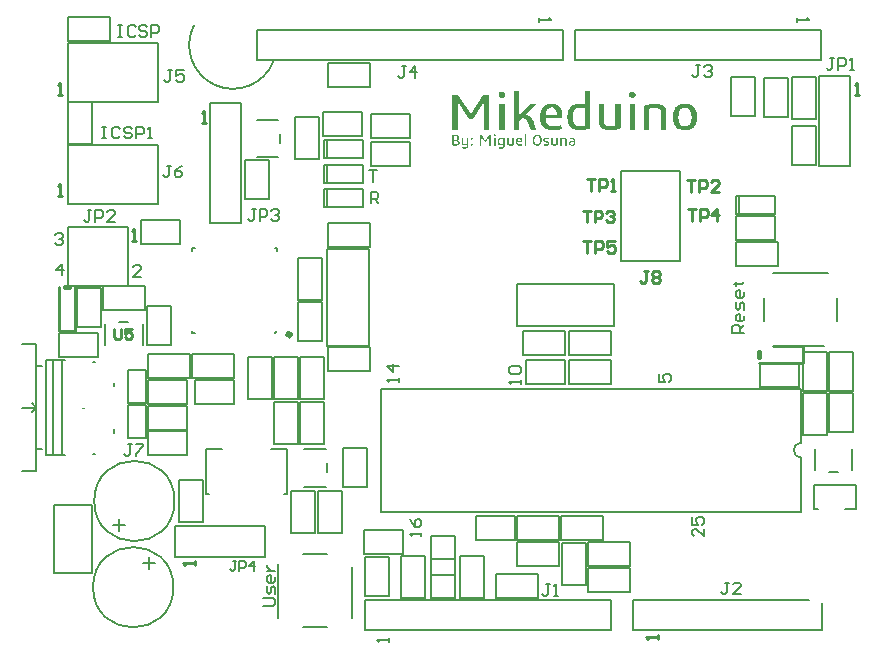
<source format=gto>
G04*
G04 #@! TF.GenerationSoftware,Altium Limited,Altium Designer,18.0.7 (293)*
G04*
G04 Layer_Color=65535*
%FSLAX44Y44*%
%MOMM*%
G71*
G01*
G75*
%ADD10C,0.2000*%
%ADD11C,0.5000*%
%ADD12C,0.0800*%
%ADD13C,0.2540*%
%ADD14C,0.4000*%
G36*
X490951Y468488D02*
X491414Y468395D01*
X491923Y468210D01*
X492432Y467886D01*
X492895Y467423D01*
X493080Y467146D01*
X493219Y466822D01*
X493312Y466405D01*
X493358Y465942D01*
Y465896D01*
Y465757D01*
X493312Y465526D01*
X493265Y465248D01*
X493173Y464924D01*
X493034Y464600D01*
X492849Y464323D01*
X492617Y464045D01*
X492571Y463999D01*
X492479Y463952D01*
X492294Y463860D01*
X492062Y463721D01*
X491785Y463582D01*
X491414Y463490D01*
X490998Y463443D01*
X490489Y463397D01*
X490257D01*
X490026Y463443D01*
X489748Y463490D01*
X489054Y463675D01*
X488730Y463814D01*
X488406Y464045D01*
X488360Y464091D01*
X488314Y464184D01*
X488175Y464323D01*
X488036Y464508D01*
X487897Y464785D01*
X487804Y465109D01*
X487712Y465526D01*
X487666Y465942D01*
Y465989D01*
Y466128D01*
X487712Y466359D01*
X487758Y466637D01*
X487851Y466960D01*
X487990Y467285D01*
X488175Y467562D01*
X488406Y467840D01*
X488452Y467886D01*
X488545Y467932D01*
X488730Y468071D01*
X488961Y468210D01*
X489239Y468303D01*
X489609Y468442D01*
X490026Y468488D01*
X490489Y468534D01*
X490766D01*
X490951Y468488D01*
D02*
G37*
G36*
X380623Y468488D02*
X381086Y468395D01*
X381595Y468210D01*
X382104Y467886D01*
X382566Y467423D01*
X382752Y467146D01*
X382890Y466822D01*
X382983Y466405D01*
X383029Y465942D01*
Y465896D01*
Y465757D01*
X382983Y465526D01*
X382937Y465248D01*
X382844Y464924D01*
X382705Y464600D01*
X382520Y464323D01*
X382289Y464045D01*
X382243Y463999D01*
X382150Y463952D01*
X381965Y463860D01*
X381734Y463721D01*
X381456Y463582D01*
X381086Y463490D01*
X380669Y463443D01*
X380160Y463397D01*
X379929D01*
X379697Y463443D01*
X379420Y463490D01*
X378725Y463675D01*
X378401Y463814D01*
X378078Y464045D01*
X378031Y464091D01*
X377985Y464184D01*
X377846Y464323D01*
X377707Y464508D01*
X377568Y464785D01*
X377476Y465109D01*
X377383Y465526D01*
X377337Y465942D01*
Y465989D01*
Y466128D01*
X377383Y466359D01*
X377430Y466637D01*
X377522Y466960D01*
X377661Y467285D01*
X377846Y467562D01*
X378078Y467840D01*
X378124Y467886D01*
X378216Y467932D01*
X378401Y468071D01*
X378633Y468210D01*
X378910Y468303D01*
X379281Y468441D01*
X379697Y468488D01*
X380160Y468534D01*
X380438D01*
X380623Y468488D01*
D02*
G37*
G36*
X455085Y437249D02*
X454993D01*
X454715Y437157D01*
X454299Y437064D01*
X453743Y436972D01*
X453049Y436833D01*
X452262Y436694D01*
X451383Y436555D01*
X450457Y436417D01*
X450365D01*
X450226Y436370D01*
X450041D01*
X449532Y436278D01*
X448884Y436231D01*
X448190Y436139D01*
X447357Y436046D01*
X445737Y436000D01*
X445367D01*
X444950Y436046D01*
X444441D01*
X443840Y436139D01*
X443145Y436231D01*
X442451Y436324D01*
X441757Y436509D01*
X441665Y436555D01*
X441433Y436602D01*
X441109Y436740D01*
X440693Y436926D01*
X440184Y437157D01*
X439628Y437481D01*
X439119Y437851D01*
X438564Y438314D01*
X438518Y438360D01*
X438332Y438545D01*
X438101Y438869D01*
X437777Y439240D01*
X437407Y439749D01*
X437083Y440350D01*
X436713Y441044D01*
X436389Y441831D01*
Y441877D01*
X436343Y441924D01*
Y442062D01*
X436296Y442248D01*
X436157Y442710D01*
X436018Y443358D01*
X435880Y444145D01*
X435787Y445071D01*
X435695Y446135D01*
X435648Y447338D01*
Y447385D01*
Y447477D01*
Y447662D01*
Y447847D01*
X435695Y448125D01*
Y448449D01*
X435741Y449189D01*
X435833Y450023D01*
X435972Y450855D01*
X436157Y451735D01*
X436389Y452568D01*
Y452614D01*
X436435Y452660D01*
X436528Y452938D01*
X436713Y453308D01*
X436944Y453771D01*
X437268Y454326D01*
X437638Y454882D01*
X438055Y455437D01*
X438518Y455946D01*
X438564Y455993D01*
X438749Y456178D01*
X439027Y456409D01*
X439397Y456687D01*
X439860Y456964D01*
X440415Y457288D01*
X441017Y457566D01*
X441665Y457797D01*
X441757Y457844D01*
X441988Y457890D01*
X442359Y457982D01*
X442822Y458121D01*
X443423Y458214D01*
X444071Y458306D01*
X444812Y458353D01*
X445552Y458399D01*
X446339D01*
X446755Y458353D01*
X447172Y458306D01*
X448051Y458214D01*
X448097D01*
X448282Y458168D01*
X448514Y458121D01*
X448838Y458075D01*
X449208Y458029D01*
X449624Y457936D01*
X450550Y457751D01*
Y468997D01*
X455085D01*
Y437249D01*
D02*
G37*
G36*
X369562Y436463D02*
X364981D01*
Y459741D01*
X355632Y445718D01*
X351930D01*
X342674Y459741D01*
Y436463D01*
X338000D01*
Y466081D01*
X343091D01*
X353781Y450069D01*
X364472Y466081D01*
X369562D01*
Y436463D01*
D02*
G37*
G36*
X480678Y437574D02*
X480585Y437527D01*
X480354Y437481D01*
X479983Y437342D01*
X479474Y437203D01*
X478826Y437018D01*
X478086Y436833D01*
X477299Y436648D01*
X476374Y436463D01*
X476281D01*
X476142Y436417D01*
X475957Y436370D01*
X475448Y436324D01*
X474846Y436231D01*
X474060Y436139D01*
X473227Y436093D01*
X472301Y436000D01*
X470681D01*
X470219Y436046D01*
X469710Y436093D01*
X469108Y436139D01*
X467812Y436370D01*
X467719D01*
X467534Y436463D01*
X467210Y436555D01*
X466794Y436648D01*
X466331Y436833D01*
X465822Y437064D01*
X465313Y437296D01*
X464804Y437620D01*
X464758Y437666D01*
X464619Y437805D01*
X464387Y437990D01*
X464110Y438268D01*
X463786Y438592D01*
X463462Y439008D01*
X463092Y439471D01*
X462814Y439980D01*
X462768Y440073D01*
X462721Y440258D01*
X462583Y440582D01*
X462490Y441044D01*
X462351Y441553D01*
X462212Y442201D01*
X462166Y442942D01*
X462120Y443729D01*
Y457936D01*
X466609D01*
Y443682D01*
Y443636D01*
Y443497D01*
Y443266D01*
X466655Y442988D01*
X466748Y442340D01*
X466979Y441646D01*
Y441600D01*
X467072Y441507D01*
X467118Y441368D01*
X467257Y441183D01*
X467581Y440720D01*
X467997Y440304D01*
X468043D01*
X468136Y440211D01*
X468275Y440119D01*
X468460Y440026D01*
X468969Y439795D01*
X469571Y439610D01*
X469617D01*
X469710Y439563D01*
X469895D01*
X470126Y439517D01*
X470404Y439471D01*
X470728D01*
X471468Y439425D01*
X471931D01*
X472255Y439471D01*
X472625D01*
X473088Y439517D01*
X474013Y439610D01*
X474060D01*
X474245Y439656D01*
X474476Y439702D01*
X474754Y439749D01*
X475494Y439887D01*
X476189Y440026D01*
Y457936D01*
X480678D01*
Y437574D01*
D02*
G37*
G36*
X511222Y458353D02*
X511777Y458306D01*
X512425Y458214D01*
X513721Y457982D01*
X513813D01*
X513998Y457890D01*
X514322Y457797D01*
X514739Y457705D01*
X515201Y457520D01*
X515711Y457288D01*
X516220Y457057D01*
X516683Y456733D01*
X516729Y456687D01*
X516914Y456594D01*
X517145Y456409D01*
X517423Y456131D01*
X517747Y455807D01*
X518071Y455391D01*
X518395Y454928D01*
X518672Y454419D01*
X518719Y454373D01*
X518811Y454141D01*
X518904Y453817D01*
X519043Y453401D01*
X519182Y452892D01*
X519320Y452290D01*
X519367Y451596D01*
X519413Y450809D01*
Y436463D01*
X514924D01*
Y450624D01*
Y450670D01*
Y450855D01*
Y451087D01*
X514878Y451365D01*
X514739Y452012D01*
X514507Y452707D01*
Y452753D01*
X514461Y452845D01*
X514369Y453031D01*
X514230Y453216D01*
X513906Y453632D01*
X513443Y454049D01*
X513397Y454095D01*
X513350Y454141D01*
X513212Y454234D01*
X513026Y454326D01*
X512517Y454558D01*
X511870Y454743D01*
X511823D01*
X511731Y454789D01*
X511499Y454836D01*
X511268Y454882D01*
X510990D01*
X510620Y454928D01*
X509879Y454974D01*
X509417D01*
X509093Y454928D01*
X508676D01*
X508260Y454882D01*
X507288Y454743D01*
X507242D01*
X507057Y454697D01*
X506825Y454650D01*
X506501Y454604D01*
X506131Y454558D01*
X505714Y454465D01*
X504928Y454280D01*
Y436463D01*
X500439D01*
Y456733D01*
X500485D01*
X500577Y456779D01*
X500762Y456825D01*
X500994Y456918D01*
X501272Y457011D01*
X501596Y457103D01*
X502336Y457288D01*
X502382D01*
X502521Y457335D01*
X502752Y457381D01*
X503030Y457473D01*
X503400Y457520D01*
X503817Y457612D01*
X504696Y457797D01*
X504743D01*
X504928Y457844D01*
X505159Y457890D01*
X505483Y457936D01*
X505900Y458029D01*
X506316Y458075D01*
X507288Y458214D01*
X507334D01*
X507519Y458260D01*
X507797D01*
X508167Y458306D01*
X508537Y458353D01*
X509000D01*
X509972Y458399D01*
X510713D01*
X511222Y458353D01*
D02*
G37*
G36*
X492756Y436463D02*
X488267D01*
Y457936D01*
X492756D01*
Y436463D01*
D02*
G37*
G36*
X394645Y447940D02*
X404179Y457936D01*
X409084D01*
X400847Y449282D01*
X400893D01*
X400939Y449236D01*
X401078Y449189D01*
X401263Y449143D01*
X401726Y448958D01*
X402327Y448727D01*
X402975Y448403D01*
X403623Y447940D01*
X404318Y447431D01*
X404919Y446783D01*
X405012Y446690D01*
X405197Y446459D01*
X405475Y446089D01*
X405798Y445533D01*
X406215Y444932D01*
X406632Y444191D01*
X407002Y443358D01*
X407372Y442433D01*
X409408Y436463D01*
X404549D01*
X402651Y441970D01*
Y442016D01*
X402605Y442062D01*
X402513Y442340D01*
X402327Y442710D01*
X402096Y443219D01*
X401819Y443729D01*
X401448Y444238D01*
X401032Y444747D01*
X400569Y445163D01*
X400523Y445210D01*
X400338Y445302D01*
X400106Y445487D01*
X399736Y445672D01*
X399319Y445857D01*
X398810Y446043D01*
X398209Y446228D01*
X397607Y446320D01*
X394645Y443497D01*
Y436463D01*
X390156D01*
Y468997D01*
X394645D01*
Y447940D01*
D02*
G37*
G36*
X382428Y436463D02*
X377939D01*
Y457936D01*
X382428D01*
Y436463D01*
D02*
G37*
G36*
X535934Y458353D02*
X536351Y458306D01*
X536860Y458260D01*
X537369Y458168D01*
X537924Y458075D01*
X539128Y457751D01*
X539776Y457566D01*
X540424Y457288D01*
X541025Y456964D01*
X541627Y456640D01*
X542182Y456224D01*
X542691Y455761D01*
X542737Y455715D01*
X542830Y455622D01*
X542923Y455483D01*
X543108Y455252D01*
X543293Y454974D01*
X543524Y454604D01*
X543802Y454188D01*
X544033Y453725D01*
X544265Y453123D01*
X544542Y452522D01*
X544774Y451827D01*
X544959Y451041D01*
X545144Y450208D01*
X545283Y449282D01*
X545329Y448264D01*
X545375Y447200D01*
Y447153D01*
Y446922D01*
Y446644D01*
X545329Y446228D01*
X545283Y445719D01*
X545237Y445163D01*
X545144Y444562D01*
X545051Y443867D01*
X544727Y442479D01*
X544496Y441739D01*
X544265Y441044D01*
X543941Y440350D01*
X543570Y439702D01*
X543154Y439147D01*
X542691Y438592D01*
X542645Y438545D01*
X542552Y438499D01*
X542413Y438360D01*
X542182Y438175D01*
X541951Y437990D01*
X541581Y437759D01*
X541210Y437527D01*
X540747Y437296D01*
X540238Y437064D01*
X539683Y436833D01*
X539081Y436602D01*
X538387Y436417D01*
X537647Y436231D01*
X536860Y436093D01*
X536027Y436046D01*
X535148Y436000D01*
X534685D01*
X534361Y436046D01*
X533944Y436093D01*
X533435Y436139D01*
X532926Y436231D01*
X532371Y436324D01*
X531168Y436648D01*
X529918Y437111D01*
X529270Y437388D01*
X528669Y437759D01*
X528113Y438129D01*
X527604Y438592D01*
X527558Y438638D01*
X527512Y438731D01*
X527373Y438869D01*
X527188Y439101D01*
X527003Y439378D01*
X526771Y439749D01*
X526540Y440165D01*
X526308Y440674D01*
X526077Y441230D01*
X525846Y441831D01*
X525614Y442572D01*
X525429Y443358D01*
X525244Y444191D01*
X525105Y445117D01*
X525059Y446135D01*
X525013Y447200D01*
Y447246D01*
Y447477D01*
Y447755D01*
X525059Y448171D01*
X525105Y448634D01*
X525151Y449236D01*
X525244Y449837D01*
X525337Y450485D01*
X525661Y451874D01*
X526123Y453308D01*
X526401Y454002D01*
X526771Y454650D01*
X527141Y455252D01*
X527604Y455761D01*
X527650Y455807D01*
X527743Y455854D01*
X527882Y455993D01*
X528113Y456178D01*
X528345Y456363D01*
X528715Y456594D01*
X529085Y456825D01*
X529548Y457103D01*
X530057Y457335D01*
X530612Y457566D01*
X531214Y457797D01*
X531908Y457982D01*
X532649Y458168D01*
X533435Y458306D01*
X534268Y458353D01*
X535148Y458399D01*
X535611D01*
X535934Y458353D01*
D02*
G37*
G36*
X423246D02*
X423801Y458306D01*
X424403Y458260D01*
X425050Y458121D01*
X425698Y457982D01*
X426346Y457751D01*
X426439Y457705D01*
X426624Y457612D01*
X426948Y457473D01*
X427318Y457288D01*
X427735Y457011D01*
X428197Y456687D01*
X428660Y456316D01*
X429077Y455900D01*
X429123Y455854D01*
X429262Y455715D01*
X429447Y455437D01*
X429678Y455113D01*
X429956Y454697D01*
X430234Y454234D01*
X430465Y453679D01*
X430696Y453077D01*
X430743Y452984D01*
X430789Y452799D01*
X430882Y452475D01*
X430974Y452012D01*
X431067Y451457D01*
X431159Y450855D01*
X431252Y450161D01*
Y449421D01*
Y445904D01*
X417276D01*
Y445811D01*
Y445626D01*
Y445348D01*
X417322Y444932D01*
X417368Y444515D01*
X417414Y444006D01*
X417646Y443034D01*
Y442988D01*
X417738Y442849D01*
X417785Y442618D01*
X417924Y442340D01*
X418294Y441692D01*
X418803Y440998D01*
X418849Y440952D01*
X418942Y440859D01*
X419127Y440720D01*
X419404Y440535D01*
X419682Y440350D01*
X420052Y440165D01*
X420469Y439980D01*
X420932Y439795D01*
X420978D01*
X421163Y439749D01*
X421487Y439702D01*
X421857Y439610D01*
X422366Y439563D01*
X422922Y439471D01*
X423616Y439425D01*
X425282D01*
X425883Y439471D01*
X426022D01*
X426207Y439517D01*
X426439D01*
X426948Y439563D01*
X427550Y439656D01*
X427596D01*
X427688Y439702D01*
X427873D01*
X428059Y439749D01*
X428568Y439841D01*
X429123Y439934D01*
X429169D01*
X429262Y439980D01*
X429401D01*
X429539Y440026D01*
X429956Y440119D01*
X430373Y440211D01*
X430743Y436926D01*
X430696D01*
X430511Y436879D01*
X430234Y436787D01*
X429863Y436694D01*
X429401Y436602D01*
X428892Y436509D01*
X428244Y436370D01*
X427596Y436278D01*
X427503D01*
X427272Y436231D01*
X426902Y436185D01*
X426439Y436139D01*
X425883Y436093D01*
X425235Y436046D01*
X424541Y436000D01*
X423431D01*
X422922Y436046D01*
X422320D01*
X421580Y436093D01*
X420839Y436185D01*
X419219Y436463D01*
X419127Y436509D01*
X418895Y436555D01*
X418479Y436694D01*
X418016Y436879D01*
X417414Y437111D01*
X416859Y437435D01*
X416258Y437805D01*
X415656Y438221D01*
X415610Y438268D01*
X415424Y438453D01*
X415147Y438731D01*
X414823Y439147D01*
X414453Y439610D01*
X414036Y440211D01*
X413666Y440906D01*
X413342Y441646D01*
Y441692D01*
X413296Y441739D01*
X413249Y441877D01*
X413203Y442062D01*
X413111Y442525D01*
X412972Y443173D01*
X412787Y443960D01*
X412694Y444885D01*
X412601Y445996D01*
X412555Y447200D01*
Y447246D01*
Y447338D01*
Y447523D01*
Y447709D01*
Y447986D01*
X412601Y448310D01*
X412648Y449004D01*
X412694Y449837D01*
X412833Y450717D01*
X412972Y451596D01*
X413203Y452429D01*
Y452475D01*
X413249Y452522D01*
X413342Y452799D01*
X413481Y453170D01*
X413712Y453679D01*
X413990Y454234D01*
X414360Y454836D01*
X414730Y455391D01*
X415193Y455900D01*
X415239Y455946D01*
X415424Y456131D01*
X415702Y456363D01*
X416072Y456640D01*
X416535Y456918D01*
X417090Y457242D01*
X417692Y457566D01*
X418340Y457797D01*
X418433Y457844D01*
X418664Y457890D01*
X419034Y457982D01*
X419543Y458121D01*
X420145Y458214D01*
X420839Y458306D01*
X421626Y458353D01*
X422459Y458399D01*
X422829D01*
X423246Y458353D01*
D02*
G37*
G36*
X374238Y432597D02*
X374377Y432569D01*
X374529Y432514D01*
X374682Y432417D01*
X374821Y432278D01*
X374876Y432195D01*
X374918Y432098D01*
X374945Y431973D01*
X374959Y431834D01*
Y431820D01*
Y431779D01*
X374945Y431709D01*
X374932Y431626D01*
X374904Y431529D01*
X374862Y431432D01*
X374807Y431349D01*
X374737Y431266D01*
X374724Y431252D01*
X374696Y431238D01*
X374640Y431210D01*
X374571Y431169D01*
X374488Y431127D01*
X374377Y431099D01*
X374252Y431085D01*
X374100Y431071D01*
X374030D01*
X373961Y431085D01*
X373878Y431099D01*
X373670Y431155D01*
X373573Y431196D01*
X373475Y431266D01*
X373461Y431279D01*
X373448Y431307D01*
X373406Y431349D01*
X373364Y431404D01*
X373323Y431488D01*
X373295Y431585D01*
X373267Y431709D01*
X373254Y431834D01*
Y431848D01*
Y431890D01*
X373267Y431959D01*
X373281Y432042D01*
X373309Y432139D01*
X373351Y432236D01*
X373406Y432320D01*
X373475Y432403D01*
X373489Y432417D01*
X373517Y432430D01*
X373573Y432472D01*
X373642Y432514D01*
X373725Y432542D01*
X373836Y432583D01*
X373961Y432597D01*
X374100Y432611D01*
X374183D01*
X374238Y432597D01*
D02*
G37*
G36*
X418617Y429560D02*
X418783Y429546D01*
X419130Y429518D01*
X419213D01*
X419297Y429504D01*
X419408Y429490D01*
X419532Y429477D01*
X419671Y429463D01*
X419796Y429435D01*
X419921Y429421D01*
X419810Y428423D01*
X419796D01*
X419754Y428436D01*
X419685Y428450D01*
X419602Y428464D01*
X419491Y428478D01*
X419366Y428506D01*
X419213Y428520D01*
X419061Y428534D01*
X419047D01*
X418992Y428547D01*
X418894D01*
X418783Y428561D01*
X418645Y428575D01*
X418492D01*
X418326Y428589D01*
X418035D01*
X417896Y428575D01*
X417743D01*
X417563Y428547D01*
X417383Y428520D01*
X417202Y428492D01*
X417036Y428436D01*
X417022Y428423D01*
X416981Y428409D01*
X416911Y428367D01*
X416842Y428312D01*
X416759Y428228D01*
X416703Y428131D01*
X416648Y428007D01*
X416634Y427854D01*
Y427840D01*
Y427812D01*
X416648Y427771D01*
X416662Y427701D01*
X416703Y427632D01*
X416745Y427563D01*
X416814Y427480D01*
X416897Y427396D01*
X416911Y427382D01*
X416939Y427369D01*
X417008Y427327D01*
X417078Y427271D01*
X417175Y427216D01*
X417286Y427147D01*
X417411Y427077D01*
X417549Y427008D01*
X417563Y426994D01*
X417618Y426980D01*
X417702Y426939D01*
X417813Y426883D01*
X417938Y426828D01*
X418076Y426758D01*
X418409Y426606D01*
X418437Y426592D01*
X418492Y426564D01*
X418575Y426523D01*
X418700Y426467D01*
X418825Y426398D01*
X418978Y426315D01*
X419269Y426120D01*
X419283Y426106D01*
X419338Y426065D01*
X419408Y426009D01*
X419505Y425940D01*
X419602Y425843D01*
X419726Y425732D01*
X419935Y425469D01*
X419948Y425455D01*
X419976Y425399D01*
X420018Y425330D01*
X420073Y425219D01*
X420129Y425094D01*
X420170Y424942D01*
X420198Y424775D01*
X420212Y424581D01*
Y424567D01*
Y424498D01*
X420198Y424415D01*
X420184Y424304D01*
X420156Y424179D01*
X420129Y424040D01*
X420073Y423901D01*
X420004Y423777D01*
X419990Y423763D01*
X419962Y423721D01*
X419921Y423666D01*
X419865Y423596D01*
X419782Y423513D01*
X419699Y423416D01*
X419588Y423333D01*
X419463Y423250D01*
X419449Y423236D01*
X419408Y423222D01*
X419324Y423180D01*
X419227Y423139D01*
X419102Y423083D01*
X418964Y423042D01*
X418811Y423000D01*
X418631Y422958D01*
X418603D01*
X418548Y422944D01*
X418451Y422931D01*
X418326Y422917D01*
X418173Y422889D01*
X417993Y422875D01*
X417813Y422861D01*
X417369D01*
X417216Y422875D01*
X417022Y422889D01*
X416814Y422903D01*
X416370Y422958D01*
X416343D01*
X416273Y422972D01*
X416162Y423000D01*
X416024Y423014D01*
X415871Y423055D01*
X415705Y423097D01*
X415524Y423139D01*
X415372Y423194D01*
X415510Y424207D01*
X415524D01*
X415538Y424193D01*
X415580Y424179D01*
X415635Y424165D01*
X415774Y424123D01*
X415940Y424082D01*
X415954D01*
X415982Y424068D01*
X416037D01*
X416107Y424054D01*
X416273Y424012D01*
X416467Y423971D01*
X416509D01*
X416564Y423957D01*
X416648Y423943D01*
X416814Y423929D01*
X417022Y423901D01*
X417202D01*
X417383Y423888D01*
X417674D01*
X417785Y423901D01*
X417924D01*
X418062Y423915D01*
X418215Y423943D01*
X418367Y423985D01*
X418492Y424026D01*
X418506Y424040D01*
X418548Y424054D01*
X418589Y424096D01*
X418659Y424151D01*
X418714Y424220D01*
X418756Y424318D01*
X418797Y424442D01*
X418811Y424581D01*
Y424595D01*
Y424636D01*
X418797Y424692D01*
X418783Y424761D01*
X418742Y424845D01*
X418700Y424928D01*
X418631Y425025D01*
X418548Y425108D01*
X418534Y425122D01*
X418506Y425150D01*
X418437Y425191D01*
X418367Y425247D01*
X418270Y425302D01*
X418159Y425372D01*
X418021Y425455D01*
X417882Y425524D01*
X417868Y425538D01*
X417813Y425566D01*
X417729Y425607D01*
X417632Y425649D01*
X417508Y425718D01*
X417355Y425788D01*
X417202Y425857D01*
X417036Y425926D01*
X417022Y425940D01*
X416967Y425968D01*
X416870Y426009D01*
X416759Y426065D01*
X416634Y426134D01*
X416495Y426204D01*
X416190Y426384D01*
X416176Y426398D01*
X416121Y426426D01*
X416051Y426481D01*
X415968Y426550D01*
X415857Y426633D01*
X415746Y426744D01*
X415538Y426980D01*
X415524Y426994D01*
X415497Y427036D01*
X415455Y427119D01*
X415413Y427216D01*
X415372Y427341D01*
X415330Y427480D01*
X415303Y427632D01*
X415289Y427812D01*
Y427840D01*
Y427896D01*
X415303Y427993D01*
X415316Y428117D01*
X415344Y428256D01*
X415386Y428395D01*
X415441Y428534D01*
X415510Y428672D01*
X415524Y428686D01*
X415552Y428728D01*
X415608Y428797D01*
X415677Y428866D01*
X415760Y428963D01*
X415857Y429047D01*
X415982Y429130D01*
X416121Y429213D01*
X416135Y429227D01*
X416190Y429241D01*
X416273Y429282D01*
X416384Y429324D01*
X416523Y429366D01*
X416689Y429407D01*
X416856Y429449D01*
X417050Y429490D01*
X417078D01*
X417147Y429504D01*
X417244Y429518D01*
X417383Y429532D01*
X417549Y429546D01*
X417743Y429560D01*
X417951Y429574D01*
X418465D01*
X418617Y429560D01*
D02*
G37*
G36*
X354781Y429560D02*
X354878Y429546D01*
X354975Y429518D01*
X355086Y429490D01*
X355183Y429435D01*
X355280Y429366D01*
X355294Y429352D01*
X355322Y429324D01*
X355349Y429282D01*
X355405Y429227D01*
X355447Y429144D01*
X355474Y429047D01*
X355502Y428936D01*
X355516Y428797D01*
Y428783D01*
Y428741D01*
X355502Y428672D01*
X355488Y428589D01*
X355460Y428506D01*
X355419Y428409D01*
X355363Y428312D01*
X355280Y428228D01*
X355266Y428214D01*
X355238Y428201D01*
X355183Y428173D01*
X355114Y428131D01*
X355017Y428090D01*
X354906Y428062D01*
X354781Y428048D01*
X354642Y428034D01*
X354573D01*
X354503Y428048D01*
X354420Y428062D01*
X354212Y428117D01*
X354115Y428159D01*
X354018Y428228D01*
X354004Y428242D01*
X353976Y428270D01*
X353949Y428312D01*
X353907Y428381D01*
X353852Y428464D01*
X353824Y428561D01*
X353796Y428672D01*
X353782Y428797D01*
Y428811D01*
Y428853D01*
X353796Y428922D01*
X353810Y429005D01*
X353838Y429102D01*
X353879Y429199D01*
X353935Y429282D01*
X354018Y429366D01*
X354032Y429380D01*
X354060Y429393D01*
X354115Y429435D01*
X354184Y429477D01*
X354268Y429504D01*
X354379Y429546D01*
X354503Y429560D01*
X354642Y429574D01*
X354711D01*
X354781Y429560D01*
D02*
G37*
G36*
X370924Y423000D02*
X369551D01*
Y429976D01*
X366749Y425774D01*
X365640D01*
X362866Y429976D01*
Y423000D01*
X361465D01*
Y431876D01*
X362991D01*
X366194Y427077D01*
X369398Y431876D01*
X370924D01*
Y423000D01*
D02*
G37*
G36*
X439794Y429560D02*
X439947Y429546D01*
X440127Y429532D01*
X440515Y429463D01*
X440543D01*
X440598Y429449D01*
X440695Y429421D01*
X440820Y429380D01*
X440959Y429338D01*
X441112Y429282D01*
X441264Y429199D01*
X441403Y429116D01*
X441417Y429102D01*
X441472Y429074D01*
X441541Y429019D01*
X441625Y428936D01*
X441722Y428853D01*
X441819Y428741D01*
X441930Y428603D01*
X442013Y428464D01*
X442027Y428450D01*
X442055Y428395D01*
X442082Y428312D01*
X442138Y428201D01*
X442179Y428048D01*
X442207Y427882D01*
X442235Y427687D01*
X442249Y427466D01*
Y423305D01*
X442221D01*
X442152Y423277D01*
X442055Y423250D01*
X441902Y423222D01*
X441722Y423180D01*
X441514Y423125D01*
X441278Y423069D01*
X441015Y423014D01*
X440987D01*
X440945Y423000D01*
X440890Y422986D01*
X440751Y422972D01*
X440557Y422944D01*
X440335Y422917D01*
X440071Y422889D01*
X439794Y422875D01*
X439489Y422861D01*
X439295D01*
X439156Y422875D01*
X438990Y422889D01*
X438823Y422903D01*
X438449Y422972D01*
X438421D01*
X438366Y422986D01*
X438282Y423014D01*
X438158Y423055D01*
X438033Y423097D01*
X437894Y423166D01*
X437742Y423236D01*
X437603Y423319D01*
X437589Y423333D01*
X437547Y423361D01*
X437478Y423416D01*
X437409Y423499D01*
X437326Y423582D01*
X437228Y423693D01*
X437145Y423818D01*
X437062Y423957D01*
X437048Y423971D01*
X437034Y424026D01*
X437006Y424123D01*
X436965Y424234D01*
X436923Y424387D01*
X436896Y424553D01*
X436882Y424747D01*
X436868Y424969D01*
Y424997D01*
Y425066D01*
X436882Y425163D01*
X436896Y425288D01*
X436923Y425441D01*
X436951Y425593D01*
X437006Y425746D01*
X437076Y425899D01*
X437090Y425912D01*
X437118Y425968D01*
X437159Y426023D01*
X437228Y426120D01*
X437312Y426204D01*
X437423Y426315D01*
X437533Y426412D01*
X437658Y426495D01*
X437672Y426509D01*
X437728Y426536D01*
X437797Y426578D01*
X437894Y426620D01*
X438019Y426675D01*
X438172Y426731D01*
X438324Y426786D01*
X438504Y426828D01*
X438532D01*
X438587Y426842D01*
X438685Y426855D01*
X438809Y426883D01*
X438962Y426897D01*
X439128Y426911D01*
X439503Y426925D01*
X439766D01*
X439877Y426911D01*
X440002D01*
X440266Y426883D01*
X440321D01*
X440390Y426869D01*
X440474D01*
X440682Y426842D01*
X440904Y426800D01*
Y427424D01*
Y427438D01*
Y427452D01*
Y427535D01*
X440876Y427646D01*
X440848Y427799D01*
X440793Y427951D01*
X440723Y428104D01*
X440612Y428228D01*
X440460Y428339D01*
X440446Y428353D01*
X440377Y428381D01*
X440293Y428409D01*
X440168Y428464D01*
X440002Y428506D01*
X439822Y428534D01*
X439614Y428561D01*
X439378Y428575D01*
X439212D01*
X439087Y428561D01*
X438948D01*
X438782Y428547D01*
X438435Y428492D01*
X438421D01*
X438352Y428478D01*
X438269Y428464D01*
X438158Y428436D01*
X438019Y428409D01*
X437880Y428381D01*
X437589Y428326D01*
X437492Y429338D01*
X437506D01*
X437561Y429352D01*
X437658Y429380D01*
X437769Y429393D01*
X437908Y429421D01*
X438074Y429449D01*
X438241Y429477D01*
X438435Y429504D01*
X438463D01*
X438518Y429518D01*
X438629Y429532D01*
X438754Y429546D01*
X438907D01*
X439073Y429560D01*
X439447Y429574D01*
X439655D01*
X439794Y429560D01*
D02*
G37*
G36*
X351674Y422972D02*
Y422958D01*
Y422944D01*
Y422903D01*
Y422847D01*
X351660Y422709D01*
X351646Y422542D01*
X351619Y422348D01*
X351591Y422140D01*
X351536Y421932D01*
X351466Y421738D01*
X351452Y421710D01*
X351425Y421655D01*
X351383Y421558D01*
X351328Y421447D01*
X351244Y421322D01*
X351147Y421183D01*
X351036Y421058D01*
X350898Y420934D01*
X350884Y420920D01*
X350828Y420878D01*
X350745Y420836D01*
X350648Y420767D01*
X350509Y420698D01*
X350343Y420615D01*
X350163Y420545D01*
X349968Y420490D01*
X349941D01*
X349871Y420462D01*
X349760Y420448D01*
X349608Y420420D01*
X349428Y420393D01*
X349220Y420379D01*
X348984Y420351D01*
X348526D01*
X348374Y420365D01*
X348193Y420379D01*
X347985Y420393D01*
X347763Y420420D01*
X347528Y420462D01*
X347500D01*
X347417Y420476D01*
X347306Y420504D01*
X347153Y420531D01*
X346987Y420559D01*
X346793Y420601D01*
X346612Y420642D01*
X346432Y420684D01*
X346585Y421683D01*
X346598D01*
X346668Y421669D01*
X346751Y421641D01*
X346876Y421613D01*
X347028Y421585D01*
X347209Y421544D01*
X347403Y421516D01*
X347611Y421474D01*
X347639D01*
X347708Y421461D01*
X347819Y421447D01*
X347971Y421433D01*
X348138Y421405D01*
X348318Y421391D01*
X348693Y421377D01*
X348831D01*
X348984Y421391D01*
X349178Y421419D01*
X349372Y421461D01*
X349580Y421516D01*
X349774Y421599D01*
X349941Y421710D01*
X349955Y421724D01*
X349996Y421766D01*
X350065Y421849D01*
X350135Y421960D01*
X350204Y422112D01*
X350274Y422307D01*
X350315Y422528D01*
X350329Y422792D01*
Y423153D01*
X350315D01*
X350274Y423139D01*
X350190Y423125D01*
X350107Y423111D01*
X349996Y423097D01*
X349871Y423083D01*
X349594Y423042D01*
X349538D01*
X349455Y423028D01*
X349372D01*
X349261Y423014D01*
X349150D01*
X348887Y423000D01*
X348679D01*
X348540Y423014D01*
X348387Y423028D01*
X348207Y423042D01*
X347819Y423111D01*
X347791D01*
X347736Y423139D01*
X347639Y423166D01*
X347514Y423194D01*
X347375Y423250D01*
X347223Y423319D01*
X347070Y423388D01*
X346917Y423485D01*
X346903Y423499D01*
X346862Y423541D01*
X346793Y423596D01*
X346709Y423680D01*
X346612Y423777D01*
X346515Y423901D01*
X346404Y424040D01*
X346321Y424193D01*
X346307Y424220D01*
X346293Y424276D01*
X346252Y424373D01*
X346224Y424512D01*
X346182Y424664D01*
X346141Y424858D01*
X346127Y425080D01*
X346113Y425316D01*
Y429435D01*
X347458D01*
Y425316D01*
Y425302D01*
Y425261D01*
Y425191D01*
X347472Y425108D01*
X347500Y424900D01*
X347569Y424692D01*
Y424678D01*
X347597Y424650D01*
X347611Y424609D01*
X347652Y424553D01*
X347749Y424415D01*
X347874Y424290D01*
X347888D01*
X347916Y424262D01*
X347957Y424248D01*
X348013Y424207D01*
X348166Y424137D01*
X348346Y424082D01*
X348360D01*
X348387Y424068D01*
X348443D01*
X348512Y424054D01*
X348596Y424040D01*
X348693D01*
X348914Y424026D01*
X349053D01*
X349150Y424040D01*
X349261D01*
X349400Y424054D01*
X349677Y424082D01*
X349691D01*
X349747Y424096D01*
X349816Y424109D01*
X349899Y424123D01*
X350121Y424165D01*
X350329Y424220D01*
Y429435D01*
X351674D01*
Y422972D01*
D02*
G37*
G36*
X427340Y423333D02*
X427313Y423319D01*
X427243Y423305D01*
X427132Y423264D01*
X426980Y423222D01*
X426786Y423166D01*
X426564Y423111D01*
X426328Y423055D01*
X426050Y423000D01*
X426023D01*
X425981Y422986D01*
X425926Y422972D01*
X425773Y422958D01*
X425593Y422931D01*
X425357Y422903D01*
X425107Y422889D01*
X424830Y422861D01*
X424345D01*
X424206Y422875D01*
X424053Y422889D01*
X423873Y422903D01*
X423485Y422972D01*
X423457D01*
X423402Y423000D01*
X423304Y423028D01*
X423180Y423055D01*
X423041Y423111D01*
X422888Y423180D01*
X422736Y423250D01*
X422583Y423347D01*
X422570Y423361D01*
X422528Y423402D01*
X422459Y423458D01*
X422375Y423541D01*
X422278Y423638D01*
X422181Y423763D01*
X422070Y423901D01*
X421987Y424054D01*
X421973Y424082D01*
X421959Y424137D01*
X421918Y424234D01*
X421890Y424373D01*
X421848Y424525D01*
X421807Y424720D01*
X421793Y424942D01*
X421779Y425177D01*
Y429435D01*
X423124D01*
Y425163D01*
Y425150D01*
Y425108D01*
Y425039D01*
X423138Y424955D01*
X423166Y424761D01*
X423235Y424553D01*
Y424539D01*
X423263Y424512D01*
X423277Y424470D01*
X423318Y424415D01*
X423415Y424276D01*
X423540Y424151D01*
X423554D01*
X423582Y424123D01*
X423624Y424096D01*
X423679Y424068D01*
X423831Y423998D01*
X424012Y423943D01*
X424026D01*
X424053Y423929D01*
X424109D01*
X424178Y423915D01*
X424262Y423901D01*
X424358D01*
X424580Y423888D01*
X424719D01*
X424816Y423901D01*
X424927D01*
X425066Y423915D01*
X425343Y423943D01*
X425357D01*
X425412Y423957D01*
X425482Y423971D01*
X425565Y423985D01*
X425787Y424026D01*
X425995Y424068D01*
Y429435D01*
X427340D01*
Y423333D01*
D02*
G37*
G36*
X390159Y423333D02*
X390131Y423319D01*
X390062Y423305D01*
X389951Y423264D01*
X389799Y423222D01*
X389604Y423166D01*
X389382Y423111D01*
X389147Y423055D01*
X388869Y423000D01*
X388842D01*
X388800Y422986D01*
X388745Y422972D01*
X388592Y422958D01*
X388412Y422931D01*
X388176Y422903D01*
X387926Y422889D01*
X387649Y422861D01*
X387164D01*
X387025Y422875D01*
X386872Y422889D01*
X386692Y422903D01*
X386304Y422972D01*
X386276D01*
X386220Y423000D01*
X386123Y423028D01*
X385998Y423055D01*
X385860Y423111D01*
X385707Y423180D01*
X385555Y423250D01*
X385402Y423347D01*
X385388Y423361D01*
X385347Y423402D01*
X385277Y423458D01*
X385194Y423541D01*
X385097Y423638D01*
X385000Y423763D01*
X384889Y423901D01*
X384806Y424054D01*
X384792Y424082D01*
X384778Y424137D01*
X384737Y424234D01*
X384709Y424373D01*
X384667Y424525D01*
X384626Y424720D01*
X384612Y424942D01*
X384598Y425177D01*
Y429435D01*
X385943D01*
Y425163D01*
Y425150D01*
Y425108D01*
Y425039D01*
X385957Y424955D01*
X385985Y424761D01*
X386054Y424553D01*
Y424539D01*
X386082Y424512D01*
X386096Y424470D01*
X386137Y424415D01*
X386234Y424276D01*
X386359Y424151D01*
X386373D01*
X386401Y424123D01*
X386442Y424096D01*
X386498Y424068D01*
X386650Y423998D01*
X386831Y423943D01*
X386844D01*
X386872Y423929D01*
X386928D01*
X386997Y423915D01*
X387080Y423901D01*
X387177D01*
X387399Y423888D01*
X387538D01*
X387635Y423901D01*
X387746D01*
X387885Y423915D01*
X388162Y423943D01*
X388176D01*
X388231Y423957D01*
X388301Y423971D01*
X388384Y423985D01*
X388606Y424026D01*
X388814Y424068D01*
Y429435D01*
X390159D01*
Y423333D01*
D02*
G37*
G36*
X432846Y429560D02*
X433012Y429546D01*
X433207Y429518D01*
X433595Y429449D01*
X433623D01*
X433678Y429421D01*
X433775Y429393D01*
X433900Y429366D01*
X434039Y429310D01*
X434191Y429241D01*
X434344Y429171D01*
X434482Y429074D01*
X434496Y429061D01*
X434552Y429033D01*
X434621Y428977D01*
X434704Y428894D01*
X434801Y428797D01*
X434898Y428672D01*
X434996Y428534D01*
X435079Y428381D01*
X435093Y428367D01*
X435120Y428298D01*
X435148Y428201D01*
X435190Y428076D01*
X435231Y427923D01*
X435273Y427743D01*
X435287Y427535D01*
X435301Y427299D01*
Y423000D01*
X433955D01*
Y427244D01*
Y427258D01*
Y427313D01*
Y427382D01*
X433942Y427466D01*
X433900Y427660D01*
X433831Y427868D01*
Y427882D01*
X433817Y427909D01*
X433789Y427965D01*
X433747Y428020D01*
X433650Y428145D01*
X433512Y428270D01*
X433498Y428284D01*
X433484Y428298D01*
X433442Y428326D01*
X433387Y428353D01*
X433234Y428423D01*
X433040Y428478D01*
X433026D01*
X432999Y428492D01*
X432929Y428506D01*
X432860Y428520D01*
X432777D01*
X432666Y428534D01*
X432444Y428547D01*
X432305D01*
X432208Y428534D01*
X432083D01*
X431958Y428520D01*
X431667Y428478D01*
X431653D01*
X431598Y428464D01*
X431529Y428450D01*
X431431Y428436D01*
X431320Y428423D01*
X431196Y428395D01*
X430960Y428339D01*
Y423000D01*
X429615D01*
Y429074D01*
X429628D01*
X429656Y429088D01*
X429712Y429102D01*
X429781Y429130D01*
X429864Y429158D01*
X429961Y429185D01*
X430183Y429241D01*
X430197D01*
X430239Y429255D01*
X430308Y429268D01*
X430391Y429296D01*
X430502Y429310D01*
X430627Y429338D01*
X430891Y429393D01*
X430904D01*
X430960Y429407D01*
X431029Y429421D01*
X431126Y429435D01*
X431251Y429463D01*
X431376Y429477D01*
X431667Y429518D01*
X431681D01*
X431736Y429532D01*
X431820D01*
X431931Y429546D01*
X432042Y429560D01*
X432180D01*
X432472Y429574D01*
X432693D01*
X432846Y429560D01*
D02*
G37*
G36*
X400713Y423000D02*
X399368D01*
Y432749D01*
X400713D01*
Y423000D01*
D02*
G37*
G36*
X374779D02*
X373434D01*
Y429435D01*
X374779D01*
Y423000D01*
D02*
G37*
G36*
X354781Y424415D02*
X354878Y424401D01*
X354975Y424373D01*
X355086Y424345D01*
X355183Y424290D01*
X355280Y424220D01*
X355294Y424207D01*
X355322Y424179D01*
X355349Y424137D01*
X355405Y424082D01*
X355447Y423998D01*
X355474Y423901D01*
X355502Y423791D01*
X355516Y423652D01*
Y423638D01*
Y423596D01*
X355502Y423527D01*
X355488Y423444D01*
X355460Y423361D01*
X355419Y423264D01*
X355363Y423166D01*
X355280Y423083D01*
X355266Y423069D01*
X355238Y423055D01*
X355183Y423028D01*
X355114Y422986D01*
X355017Y422944D01*
X354906Y422917D01*
X354781Y422903D01*
X354642Y422889D01*
X354573D01*
X354503Y422903D01*
X354420Y422917D01*
X354212Y422972D01*
X354115Y423014D01*
X354018Y423083D01*
X354004Y423097D01*
X353976Y423125D01*
X353949Y423166D01*
X353907Y423236D01*
X353852Y423319D01*
X353824Y423416D01*
X353796Y423527D01*
X353782Y423652D01*
Y423666D01*
Y423707D01*
X353796Y423777D01*
X353810Y423860D01*
X353838Y423957D01*
X353879Y424054D01*
X353935Y424137D01*
X354018Y424220D01*
X354032Y424234D01*
X354060Y424248D01*
X354115Y424290D01*
X354184Y424331D01*
X354268Y424359D01*
X354379Y424401D01*
X354503Y424415D01*
X354642Y424428D01*
X354711D01*
X354781Y424415D01*
D02*
G37*
G36*
X395166Y429560D02*
X395332Y429546D01*
X395512Y429532D01*
X395706Y429490D01*
X395901Y429449D01*
X396095Y429380D01*
X396123Y429366D01*
X396178Y429338D01*
X396275Y429296D01*
X396386Y429241D01*
X396511Y429158D01*
X396650Y429061D01*
X396788Y428950D01*
X396913Y428825D01*
X396927Y428811D01*
X396968Y428769D01*
X397024Y428686D01*
X397093Y428589D01*
X397177Y428464D01*
X397260Y428326D01*
X397329Y428159D01*
X397398Y427979D01*
X397412Y427951D01*
X397426Y427896D01*
X397454Y427799D01*
X397482Y427660D01*
X397509Y427493D01*
X397537Y427313D01*
X397565Y427105D01*
Y426883D01*
Y425829D01*
X393377D01*
Y425801D01*
Y425746D01*
Y425663D01*
X393390Y425538D01*
X393404Y425413D01*
X393418Y425261D01*
X393488Y424969D01*
Y424955D01*
X393515Y424914D01*
X393529Y424845D01*
X393571Y424761D01*
X393682Y424567D01*
X393834Y424359D01*
X393848Y424345D01*
X393876Y424318D01*
X393931Y424276D01*
X394015Y424220D01*
X394098Y424165D01*
X394209Y424109D01*
X394333Y424054D01*
X394472Y423998D01*
X394486D01*
X394542Y423985D01*
X394639Y423971D01*
X394749Y423943D01*
X394902Y423929D01*
X395069Y423901D01*
X395276Y423888D01*
X395776D01*
X395956Y423901D01*
X395998D01*
X396053Y423915D01*
X396123D01*
X396275Y423929D01*
X396455Y423957D01*
X396469D01*
X396497Y423971D01*
X396552D01*
X396608Y423985D01*
X396760Y424012D01*
X396927Y424040D01*
X396941D01*
X396968Y424054D01*
X397010D01*
X397052Y424068D01*
X397177Y424096D01*
X397301Y424123D01*
X397412Y423139D01*
X397398D01*
X397343Y423125D01*
X397260Y423097D01*
X397149Y423069D01*
X397010Y423042D01*
X396857Y423014D01*
X396663Y422972D01*
X396469Y422944D01*
X396441D01*
X396372Y422931D01*
X396261Y422917D01*
X396123Y422903D01*
X395956Y422889D01*
X395762Y422875D01*
X395554Y422861D01*
X395221D01*
X395069Y422875D01*
X394888D01*
X394666Y422889D01*
X394444Y422917D01*
X393959Y423000D01*
X393931Y423014D01*
X393862Y423028D01*
X393737Y423069D01*
X393598Y423125D01*
X393418Y423194D01*
X393252Y423291D01*
X393071Y423402D01*
X392891Y423527D01*
X392877Y423541D01*
X392822Y423596D01*
X392739Y423680D01*
X392641Y423804D01*
X392531Y423943D01*
X392406Y424123D01*
X392295Y424331D01*
X392198Y424553D01*
Y424567D01*
X392184Y424581D01*
X392170Y424623D01*
X392156Y424678D01*
X392128Y424817D01*
X392087Y425011D01*
X392031Y425247D01*
X392004Y425524D01*
X391976Y425857D01*
X391962Y426217D01*
Y426231D01*
Y426259D01*
Y426315D01*
Y426370D01*
Y426453D01*
X391976Y426550D01*
X391990Y426758D01*
X392004Y427008D01*
X392045Y427271D01*
X392087Y427535D01*
X392156Y427785D01*
Y427799D01*
X392170Y427812D01*
X392198Y427896D01*
X392239Y428007D01*
X392309Y428159D01*
X392392Y428326D01*
X392503Y428506D01*
X392614Y428672D01*
X392752Y428825D01*
X392766Y428839D01*
X392822Y428894D01*
X392905Y428963D01*
X393016Y429047D01*
X393155Y429130D01*
X393321Y429227D01*
X393501Y429324D01*
X393695Y429393D01*
X393723Y429407D01*
X393793Y429421D01*
X393904Y429449D01*
X394056Y429490D01*
X394236Y429518D01*
X394444Y429546D01*
X394680Y429560D01*
X394930Y429574D01*
X395041D01*
X395166Y429560D01*
D02*
G37*
G36*
X410282Y432001D02*
X410379D01*
X410601Y431987D01*
X410851Y431945D01*
X411128Y431903D01*
X411405Y431834D01*
X411683Y431751D01*
X411697D01*
X411711Y431737D01*
X411752Y431723D01*
X411808Y431709D01*
X411932Y431640D01*
X412099Y431557D01*
X412293Y431446D01*
X412487Y431307D01*
X412695Y431141D01*
X412876Y430947D01*
X412903Y430919D01*
X412959Y430849D01*
X413042Y430725D01*
X413153Y430558D01*
X413264Y430350D01*
X413389Y430115D01*
X413513Y429837D01*
X413610Y429518D01*
Y429504D01*
X413624Y429477D01*
X413638Y429435D01*
X413652Y429366D01*
X413666Y429282D01*
X413694Y429185D01*
X413708Y429061D01*
X413735Y428936D01*
X413763Y428783D01*
X413777Y428631D01*
X413819Y428270D01*
X413846Y427868D01*
X413860Y427424D01*
Y427410D01*
Y427369D01*
Y427299D01*
Y427216D01*
X413846Y427105D01*
Y426994D01*
Y426855D01*
X413832Y426703D01*
X413805Y426370D01*
X413749Y426009D01*
X413694Y425663D01*
X413610Y425316D01*
Y425302D01*
X413597Y425274D01*
X413583Y425233D01*
X413569Y425177D01*
X413500Y425011D01*
X413430Y424817D01*
X413319Y424595D01*
X413195Y424359D01*
X413042Y424123D01*
X412876Y423901D01*
X412848Y423874D01*
X412792Y423818D01*
X412695Y423707D01*
X412556Y423596D01*
X412376Y423458D01*
X412168Y423333D01*
X411946Y423208D01*
X411683Y423097D01*
X411669D01*
X411655Y423083D01*
X411614Y423069D01*
X411558Y423055D01*
X411405Y423014D01*
X411211Y422972D01*
X410962Y422931D01*
X410684Y422889D01*
X410379Y422861D01*
X410046Y422847D01*
X409894D01*
X409811Y422861D01*
X409714D01*
X409492Y422875D01*
X409242Y422903D01*
X408965Y422958D01*
X408673Y423014D01*
X408396Y423097D01*
X408382D01*
X408368Y423111D01*
X408327Y423125D01*
X408271Y423139D01*
X408146Y423208D01*
X407980Y423291D01*
X407786Y423402D01*
X407578Y423541D01*
X407384Y423707D01*
X407189Y423901D01*
X407176Y423929D01*
X407106Y423998D01*
X407023Y424123D01*
X406926Y424290D01*
X406801Y424498D01*
X406690Y424734D01*
X406565Y425011D01*
X406468Y425316D01*
Y425330D01*
X406454Y425358D01*
X406441Y425399D01*
X406427Y425469D01*
X406413Y425552D01*
X406399Y425663D01*
X406371Y425774D01*
X406357Y425912D01*
X406330Y426051D01*
X406302Y426217D01*
X406274Y426578D01*
X406246Y426980D01*
X406232Y427424D01*
Y427438D01*
Y427480D01*
Y427549D01*
Y427632D01*
X406246Y427743D01*
Y427854D01*
Y427993D01*
X406260Y428145D01*
X406288Y428478D01*
X406330Y428825D01*
X406385Y429185D01*
X406468Y429518D01*
Y429532D01*
X406482Y429560D01*
X406496Y429601D01*
X406510Y429671D01*
X406579Y429823D01*
X406649Y430031D01*
X406759Y430253D01*
X406884Y430489D01*
X407023Y430725D01*
X407189Y430947D01*
X407217Y430974D01*
X407273Y431044D01*
X407384Y431141D01*
X407522Y431252D01*
X407703Y431390D01*
X407911Y431515D01*
X408133Y431640D01*
X408396Y431751D01*
X408410D01*
X408424Y431765D01*
X408465Y431779D01*
X408521Y431793D01*
X408590Y431806D01*
X408673Y431834D01*
X408867Y431890D01*
X409117Y431931D01*
X409394Y431973D01*
X409714Y432001D01*
X410046Y432015D01*
X410199D01*
X410282Y432001D01*
D02*
G37*
G36*
X341328Y431862D02*
X341536Y431848D01*
X341758Y431820D01*
X342216Y431751D01*
X342244D01*
X342313Y431723D01*
X342424Y431696D01*
X342563Y431654D01*
X342729Y431598D01*
X342896Y431529D01*
X343062Y431446D01*
X343214Y431349D01*
X343228Y431335D01*
X343284Y431307D01*
X343353Y431238D01*
X343450Y431169D01*
X343547Y431058D01*
X343658Y430947D01*
X343755Y430794D01*
X343853Y430642D01*
X343866Y430628D01*
X343894Y430558D01*
X343922Y430475D01*
X343963Y430350D01*
X344005Y430198D01*
X344047Y430017D01*
X344061Y429809D01*
X344074Y429588D01*
Y429574D01*
Y429546D01*
Y429504D01*
Y429435D01*
X344061Y429282D01*
X344033Y429088D01*
X343977Y428866D01*
X343922Y428631D01*
X343825Y428409D01*
X343700Y428214D01*
X343686Y428201D01*
X343631Y428131D01*
X343547Y428048D01*
X343436Y427951D01*
X343284Y427840D01*
X343104Y427729D01*
X342909Y427618D01*
X342674Y427535D01*
X342687D01*
X342729Y427521D01*
X342785Y427507D01*
X342868Y427480D01*
X342965Y427438D01*
X343076Y427396D01*
X343298Y427299D01*
X343312D01*
X343353Y427271D01*
X343409Y427244D01*
X343492Y427188D01*
X343658Y427063D01*
X343839Y426883D01*
X343853Y426869D01*
X343880Y426842D01*
X343922Y426786D01*
X343963Y426717D01*
X344019Y426620D01*
X344088Y426509D01*
X344144Y426398D01*
X344199Y426259D01*
X344213Y426245D01*
X344227Y426190D01*
X344255Y426120D01*
X344282Y426023D01*
X344310Y425885D01*
X344324Y425746D01*
X344352Y425579D01*
Y425399D01*
Y425385D01*
Y425344D01*
Y425274D01*
X344338Y425191D01*
X344324Y425094D01*
X344310Y424969D01*
X344241Y424692D01*
X344144Y424387D01*
X344074Y424234D01*
X343991Y424068D01*
X343894Y423915D01*
X343769Y423763D01*
X343644Y423624D01*
X343492Y423499D01*
X343478D01*
X343450Y423471D01*
X343409Y423444D01*
X343339Y423402D01*
X343242Y423347D01*
X343131Y423291D01*
X343007Y423236D01*
X342854Y423180D01*
X342687Y423111D01*
X342507Y423055D01*
X342299Y423000D01*
X342063Y422944D01*
X341814Y422903D01*
X341550Y422875D01*
X341259Y422861D01*
X340954Y422847D01*
X340732D01*
X340566Y422861D01*
X340372Y422875D01*
X340136Y422889D01*
X339872Y422917D01*
X339581Y422944D01*
X339539D01*
X339498Y422958D01*
X339442D01*
X339373Y422972D01*
X339290Y422986D01*
X339082Y423014D01*
X338846Y423042D01*
X338569Y423083D01*
X338291Y423139D01*
X338000Y423194D01*
Y431876D01*
X341148D01*
X341328Y431862D01*
D02*
G37*
G36*
X380021Y429560D02*
X380202D01*
X380396Y429532D01*
X380631Y429504D01*
X380881Y429477D01*
X381131Y429421D01*
X381158D01*
X381242Y429393D01*
X381380Y429366D01*
X381547Y429324D01*
X381755Y429268D01*
X381977Y429213D01*
X382448Y429074D01*
Y422958D01*
Y422944D01*
Y422931D01*
Y422889D01*
Y422834D01*
X382434Y422695D01*
X382421Y422528D01*
X382393Y422334D01*
X382365Y422140D01*
X382309Y421932D01*
X382240Y421738D01*
X382226Y421710D01*
X382199Y421655D01*
X382157Y421558D01*
X382102Y421447D01*
X382018Y421322D01*
X381907Y421183D01*
X381796Y421058D01*
X381658Y420934D01*
X381644Y420920D01*
X381588Y420878D01*
X381505Y420836D01*
X381408Y420767D01*
X381269Y420698D01*
X381117Y420615D01*
X380937Y420545D01*
X380742Y420490D01*
X380715D01*
X380645Y420462D01*
X380534Y420448D01*
X380382Y420420D01*
X380202Y420393D01*
X379994Y420379D01*
X379758Y420351D01*
X379300D01*
X379148Y420365D01*
X378967Y420379D01*
X378759Y420393D01*
X378523Y420420D01*
X378288Y420448D01*
X378260D01*
X378177Y420462D01*
X378066Y420490D01*
X377913Y420518D01*
X377747Y420545D01*
X377567Y420587D01*
X377386Y420629D01*
X377206Y420670D01*
X377359Y421696D01*
X377372D01*
X377442Y421683D01*
X377525Y421655D01*
X377650Y421627D01*
X377802Y421599D01*
X377983Y421558D01*
X378177Y421530D01*
X378385Y421488D01*
X378413D01*
X378482Y421474D01*
X378593Y421461D01*
X378745Y421433D01*
X378912Y421419D01*
X379092Y421391D01*
X379467Y421377D01*
X379605D01*
X379758Y421391D01*
X379952Y421419D01*
X380146Y421461D01*
X380354Y421530D01*
X380548Y421613D01*
X380715Y421724D01*
X380729Y421738D01*
X380770Y421793D01*
X380840Y421877D01*
X380909Y421988D01*
X380978Y422140D01*
X381048Y422320D01*
X381089Y422556D01*
X381103Y422820D01*
Y423166D01*
X381089D01*
X381048Y423153D01*
X380964Y423139D01*
X380867Y423125D01*
X380756Y423111D01*
X380618Y423083D01*
X380326Y423042D01*
X380257D01*
X380174Y423028D01*
X380077D01*
X379952Y423014D01*
X379827D01*
X379536Y423000D01*
X379439D01*
X379314Y423014D01*
X379175D01*
X378995Y423028D01*
X378801Y423055D01*
X378399Y423125D01*
X378371Y423139D01*
X378315Y423153D01*
X378204Y423194D01*
X378080Y423236D01*
X377941Y423305D01*
X377788Y423388D01*
X377622Y423499D01*
X377469Y423624D01*
X377456Y423638D01*
X377400Y423693D01*
X377331Y423777D01*
X377234Y423888D01*
X377137Y424040D01*
X377026Y424207D01*
X376929Y424415D01*
X376832Y424636D01*
Y424650D01*
X376818Y424664D01*
Y424706D01*
X376804Y424747D01*
X376762Y424886D01*
X376721Y425080D01*
X376679Y425316D01*
X376651Y425607D01*
X376623Y425926D01*
X376610Y426287D01*
Y426301D01*
Y426328D01*
Y426384D01*
Y426439D01*
X376623Y426523D01*
Y426620D01*
X376637Y426828D01*
X376665Y427077D01*
X376721Y427341D01*
X376776Y427590D01*
X376859Y427840D01*
Y427854D01*
X376873Y427868D01*
X376901Y427951D01*
X376956Y428062D01*
X377040Y428201D01*
X377137Y428367D01*
X377248Y428534D01*
X377386Y428700D01*
X377539Y428853D01*
X377553Y428866D01*
X377622Y428908D01*
X377705Y428977D01*
X377830Y429061D01*
X377969Y429144D01*
X378149Y429241D01*
X378343Y429324D01*
X378551Y429393D01*
X378579Y429407D01*
X378648Y429421D01*
X378773Y429449D01*
X378926Y429490D01*
X379106Y429518D01*
X379314Y429546D01*
X379536Y429560D01*
X379772Y429574D01*
X379883D01*
X380021Y429560D01*
D02*
G37*
%LPC*%
G36*
X445737Y454974D02*
X445321D01*
X445043Y454928D01*
X444719Y454882D01*
X444395Y454836D01*
X443608Y454604D01*
X443562D01*
X443469Y454558D01*
X443284Y454465D01*
X443053Y454326D01*
X442775Y454188D01*
X442497Y453956D01*
X442174Y453725D01*
X441896Y453401D01*
X441850Y453355D01*
X441757Y453262D01*
X441618Y453077D01*
X441479Y452799D01*
X441294Y452475D01*
X441109Y452059D01*
X440924Y451596D01*
X440739Y451087D01*
Y451041D01*
X440693Y450809D01*
X440600Y450532D01*
X440554Y450069D01*
X440461Y449560D01*
X440369Y448912D01*
X440322Y448218D01*
Y447385D01*
Y447338D01*
Y447292D01*
Y447153D01*
Y446968D01*
Y446552D01*
X440369Y445996D01*
X440415Y445348D01*
X440461Y444700D01*
X440554Y444006D01*
X440693Y443405D01*
Y443358D01*
X440785Y443173D01*
X440831Y442896D01*
X440970Y442525D01*
X441294Y441739D01*
X441526Y441322D01*
X441757Y440952D01*
X441803Y440906D01*
X441896Y440813D01*
X442035Y440674D01*
X442266Y440489D01*
X442497Y440258D01*
X442822Y440073D01*
X443145Y439887D01*
X443516Y439749D01*
X443562D01*
X443701Y439702D01*
X443886Y439656D01*
X444210Y439610D01*
X444534Y439517D01*
X444904Y439471D01*
X445830Y439425D01*
X446570D01*
X446894Y439471D01*
X447310D01*
X448190Y439563D01*
X448236D01*
X448421Y439610D01*
X448653D01*
X448930Y439656D01*
X449300Y439702D01*
X449717Y439795D01*
X450596Y439934D01*
Y454280D01*
X450550D01*
X450365Y454326D01*
X450134Y454373D01*
X449810Y454465D01*
X449439Y454558D01*
X449023Y454650D01*
X448144Y454789D01*
X448097D01*
X447958Y454836D01*
X447681D01*
X447403Y454882D01*
X447033Y454928D01*
X446616D01*
X445737Y454974D01*
D02*
G37*
G36*
X535703D02*
X534731D01*
X534407Y454928D01*
X534037Y454882D01*
X533620Y454836D01*
X532834Y454604D01*
X532788D01*
X532649Y454511D01*
X532463Y454419D01*
X532232Y454326D01*
X531954Y454141D01*
X531677Y453910D01*
X531353Y453632D01*
X531075Y453308D01*
X531029Y453262D01*
X530983Y453170D01*
X530844Y452938D01*
X530705Y452707D01*
X530520Y452336D01*
X530335Y451966D01*
X530150Y451457D01*
X530011Y450948D01*
Y450902D01*
X529964Y450670D01*
X529918Y450346D01*
X529872Y449930D01*
X529779Y449375D01*
X529733Y448727D01*
X529687Y448032D01*
Y447200D01*
Y447153D01*
Y447107D01*
Y446829D01*
Y446413D01*
X529733Y445857D01*
X529779Y445256D01*
X529826Y444608D01*
X529918Y444006D01*
X530011Y443405D01*
Y443358D01*
X530103Y443173D01*
X530150Y442896D01*
X530288Y442572D01*
X530612Y441785D01*
X530844Y441368D01*
X531075Y440998D01*
X531121Y440952D01*
X531214Y440859D01*
X531353Y440720D01*
X531584Y440535D01*
X531816Y440304D01*
X532140Y440119D01*
X532463Y439887D01*
X532834Y439749D01*
X532880D01*
X533019Y439702D01*
X533250Y439656D01*
X533528Y439610D01*
X533852Y439517D01*
X534268Y439471D01*
X534731Y439425D01*
X535657D01*
X535981Y439471D01*
X536721Y439563D01*
X537508Y439749D01*
X537554D01*
X537693Y439841D01*
X537878Y439934D01*
X538110Y440026D01*
X538665Y440443D01*
X538943Y440674D01*
X539220Y440998D01*
X539267Y441044D01*
X539359Y441183D01*
X539498Y441368D01*
X539637Y441646D01*
X539822Y442016D01*
X540007Y442387D01*
X540192Y442896D01*
X540331Y443405D01*
Y443497D01*
X540377Y443682D01*
X540470Y444006D01*
X540516Y444423D01*
X540609Y444978D01*
X540655Y445626D01*
X540701Y446367D01*
Y447200D01*
Y447246D01*
Y447292D01*
Y447570D01*
Y447986D01*
X540655Y448542D01*
X540609Y449097D01*
X540562Y449745D01*
X540470Y450346D01*
X540331Y450948D01*
Y450994D01*
X540285Y451180D01*
X540192Y451457D01*
X540053Y451781D01*
X539729Y452568D01*
X539498Y452938D01*
X539220Y453308D01*
X539174Y453355D01*
X539081Y453447D01*
X538943Y453632D01*
X538757Y453817D01*
X538480Y454049D01*
X538202Y454234D01*
X537878Y454465D01*
X537508Y454604D01*
X537462D01*
X537323Y454650D01*
X537138Y454743D01*
X536860Y454789D01*
X536536Y454882D01*
X536120Y454928D01*
X535703Y454974D01*
D02*
G37*
G36*
X422320Y455252D02*
X421903D01*
X421441Y455159D01*
X420885Y455067D01*
X420284Y454882D01*
X419682Y454604D01*
X419127Y454188D01*
X418618Y453679D01*
X418571Y453586D01*
X418433Y453401D01*
X418247Y453031D01*
X418016Y452522D01*
X417785Y451827D01*
X417599Y451041D01*
X417414Y450115D01*
X417322Y449004D01*
X426948D01*
Y449097D01*
Y449282D01*
X426902Y449560D01*
X426855Y449976D01*
X426809Y450439D01*
X426716Y450994D01*
X426578Y451550D01*
X426393Y452151D01*
X426115Y452707D01*
X425837Y453262D01*
X425467Y453817D01*
X425004Y454280D01*
X424449Y454697D01*
X423847Y454974D01*
X423153Y455206D01*
X422320Y455252D01*
D02*
G37*
G36*
X439850Y425954D02*
X439420D01*
X439239Y425940D01*
X439045Y425912D01*
X439031D01*
X439004Y425899D01*
X438948D01*
X438893Y425871D01*
X438740Y425829D01*
X438587Y425746D01*
X438574D01*
X438560Y425732D01*
X438477Y425663D01*
X438380Y425566D01*
X438282Y425427D01*
Y425413D01*
X438269Y425385D01*
X438255Y425344D01*
X438227Y425288D01*
X438213Y425205D01*
X438185Y425108D01*
X438172Y424886D01*
Y424858D01*
Y424789D01*
X438199Y424678D01*
X438227Y424539D01*
X438269Y424401D01*
X438338Y424262D01*
X438435Y424137D01*
X438560Y424026D01*
X438574Y424012D01*
X438629Y423998D01*
X438712Y423957D01*
X438823Y423915D01*
X438962Y423874D01*
X439128Y423846D01*
X439309Y423818D01*
X439517Y423804D01*
X439766D01*
X439877Y423818D01*
X440002D01*
X440266Y423846D01*
X440280D01*
X440321Y423860D01*
X440390Y423874D01*
X440488Y423888D01*
X440682Y423929D01*
X440904Y423971D01*
Y425829D01*
X440890D01*
X440848Y425843D01*
X440793D01*
X440723Y425857D01*
X440626Y425871D01*
X440515Y425885D01*
X440280Y425912D01*
X440266D01*
X440224Y425926D01*
X440155D01*
X440071Y425940D01*
X439974D01*
X439850Y425954D01*
D02*
G37*
G36*
X394888Y428631D02*
X394763D01*
X394625Y428603D01*
X394458Y428575D01*
X394278Y428520D01*
X394098Y428436D01*
X393931Y428312D01*
X393779Y428159D01*
X393765Y428131D01*
X393723Y428076D01*
X393668Y427965D01*
X393598Y427812D01*
X393529Y427604D01*
X393474Y427369D01*
X393418Y427091D01*
X393390Y426758D01*
X396275D01*
Y426786D01*
Y426842D01*
X396261Y426925D01*
X396247Y427050D01*
X396233Y427188D01*
X396206Y427355D01*
X396164Y427521D01*
X396109Y427701D01*
X396025Y427868D01*
X395942Y428034D01*
X395831Y428201D01*
X395693Y428339D01*
X395526Y428464D01*
X395346Y428547D01*
X395138Y428617D01*
X394888Y428631D01*
D02*
G37*
G36*
X410046Y430961D02*
X409949D01*
X409838Y430947D01*
X409700Y430933D01*
X409547Y430919D01*
X409367Y430877D01*
X409187Y430836D01*
X409020Y430766D01*
X409006Y430752D01*
X408951Y430739D01*
X408867Y430683D01*
X408770Y430628D01*
X408646Y430544D01*
X408535Y430434D01*
X408410Y430309D01*
X408285Y430170D01*
X408271Y430156D01*
X408243Y430101D01*
X408188Y430004D01*
X408119Y429879D01*
X408049Y429726D01*
X407980Y429546D01*
X407911Y429324D01*
X407841Y429088D01*
Y429074D01*
Y429061D01*
X407827Y429019D01*
X407813Y428963D01*
X407800Y428825D01*
X407772Y428631D01*
X407744Y428381D01*
X407730Y428104D01*
X407703Y427785D01*
Y427424D01*
Y427410D01*
Y427382D01*
Y427327D01*
Y427258D01*
Y427174D01*
X407716Y427077D01*
Y426842D01*
X407730Y426592D01*
X407758Y426301D01*
X407800Y426023D01*
X407841Y425760D01*
Y425746D01*
X407855Y425732D01*
X407869Y425649D01*
X407911Y425524D01*
X407952Y425372D01*
X408022Y425191D01*
X408091Y425011D01*
X408188Y424831D01*
X408285Y424664D01*
X408299Y424650D01*
X408340Y424595D01*
X408410Y424525D01*
X408493Y424442D01*
X408604Y424345D01*
X408729Y424248D01*
X408867Y424165D01*
X409020Y424082D01*
X409034Y424068D01*
X409103Y424054D01*
X409187Y424026D01*
X409311Y423998D01*
X409464Y423957D01*
X409644Y423929D01*
X409838Y423915D01*
X410046Y423901D01*
X410143D01*
X410254Y423915D01*
X410393Y423929D01*
X410546Y423943D01*
X410712Y423985D01*
X410892Y424026D01*
X411059Y424082D01*
X411073Y424096D01*
X411128Y424123D01*
X411211Y424165D01*
X411322Y424220D01*
X411433Y424304D01*
X411558Y424401D01*
X411683Y424525D01*
X411794Y424664D01*
X411808Y424678D01*
X411835Y424734D01*
X411891Y424831D01*
X411960Y424955D01*
X412029Y425122D01*
X412099Y425302D01*
X412168Y425524D01*
X412238Y425760D01*
Y425774D01*
X412251Y425788D01*
Y425829D01*
X412265Y425885D01*
X412293Y426023D01*
X412321Y426217D01*
X412349Y426467D01*
X412362Y426744D01*
X412390Y427063D01*
Y427424D01*
Y427438D01*
Y427466D01*
Y427521D01*
Y427590D01*
Y427674D01*
X412376Y427771D01*
Y428007D01*
X412349Y428270D01*
X412321Y428547D01*
X412293Y428825D01*
X412238Y429088D01*
Y429102D01*
Y429116D01*
X412210Y429199D01*
X412168Y429324D01*
X412127Y429477D01*
X412057Y429657D01*
X411988Y429837D01*
X411891Y430004D01*
X411794Y430170D01*
X411780Y430184D01*
X411738Y430239D01*
X411683Y430309D01*
X411600Y430406D01*
X411489Y430503D01*
X411364Y430600D01*
X411211Y430683D01*
X411059Y430766D01*
X411045Y430780D01*
X410975Y430794D01*
X410892Y430822D01*
X410768Y430863D01*
X410615Y430905D01*
X410448Y430933D01*
X410254Y430947D01*
X410046Y430961D01*
D02*
G37*
G36*
X340926Y430849D02*
X339401D01*
Y427993D01*
X341093D01*
X341245Y428007D01*
X341412Y428034D01*
X341620Y428076D01*
X341814Y428145D01*
X342008Y428228D01*
X342188Y428353D01*
X342202Y428367D01*
X342258Y428423D01*
X342327Y428506D01*
X342410Y428631D01*
X342493Y428783D01*
X342563Y428977D01*
X342618Y429213D01*
X342632Y429477D01*
Y429490D01*
Y429504D01*
Y429601D01*
X342604Y429726D01*
X342577Y429879D01*
X342535Y430059D01*
X342452Y430225D01*
X342355Y430392D01*
X342216Y430531D01*
X342202Y430544D01*
X342147Y430586D01*
X342036Y430628D01*
X341911Y430697D01*
X341731Y430752D01*
X341509Y430794D01*
X341231Y430836D01*
X340926Y430849D01*
D02*
G37*
G36*
X341162Y426953D02*
X339401D01*
Y424026D01*
X339415D01*
X339470Y424012D01*
X339539Y423998D01*
X339650Y423985D01*
X339761Y423971D01*
X339900Y423957D01*
X340205Y423929D01*
X340274D01*
X340358Y423915D01*
X340566D01*
X340690Y423901D01*
X341120D01*
X341245Y423915D01*
X341384Y423929D01*
X341536Y423943D01*
X341689Y423971D01*
X341842Y423998D01*
X341855D01*
X341911Y424012D01*
X341966Y424040D01*
X342063Y424068D01*
X342258Y424165D01*
X342355Y424220D01*
X342438Y424290D01*
X342452Y424304D01*
X342480Y424331D01*
X342507Y424373D01*
X342563Y424428D01*
X342660Y424581D01*
X342757Y424775D01*
Y424789D01*
X342771Y424831D01*
X342785Y424886D01*
X342812Y424955D01*
X342826Y425052D01*
X342840Y425163D01*
X342854Y425427D01*
Y425441D01*
Y425455D01*
Y425496D01*
Y425552D01*
X342826Y425690D01*
X342799Y425857D01*
X342757Y426037D01*
X342674Y426231D01*
X342577Y426412D01*
X342438Y426564D01*
X342424Y426578D01*
X342355Y426620D01*
X342258Y426689D01*
X342105Y426758D01*
X341897Y426828D01*
X341786Y426869D01*
X341647Y426897D01*
X341495Y426911D01*
X341342Y426939D01*
X341162Y426953D01*
D02*
G37*
G36*
X379785Y428547D02*
X379661D01*
X379564Y428534D01*
X379467Y428520D01*
X379342Y428506D01*
X379106Y428450D01*
X379092D01*
X379050Y428436D01*
X378995Y428409D01*
X378912Y428367D01*
X378829Y428326D01*
X378731Y428256D01*
X378634Y428187D01*
X378537Y428090D01*
X378523Y428076D01*
X378496Y428048D01*
X378454Y427993D01*
X378399Y427909D01*
X378343Y427812D01*
X378274Y427701D01*
X378218Y427563D01*
X378163Y427410D01*
Y427396D01*
X378135Y427327D01*
X378121Y427244D01*
X378094Y427105D01*
X378066Y426953D01*
X378052Y426758D01*
X378024Y426536D01*
Y426287D01*
Y426273D01*
Y426259D01*
Y426217D01*
Y426162D01*
Y426037D01*
X378038Y425871D01*
X378052Y425677D01*
X378066Y425482D01*
X378094Y425288D01*
X378135Y425108D01*
Y425094D01*
X378163Y425039D01*
X378177Y424955D01*
X378218Y424858D01*
X378315Y424636D01*
X378385Y424525D01*
X378454Y424428D01*
X378468Y424415D01*
X378496Y424387D01*
X378537Y424345D01*
X378607Y424290D01*
X378759Y424179D01*
X378856Y424137D01*
X378967Y424096D01*
X378981D01*
X379023Y424082D01*
X379078Y424068D01*
X379161D01*
X379258Y424054D01*
X379383Y424040D01*
X379633Y424026D01*
X379855D01*
X379952Y424040D01*
X380077D01*
X380340Y424068D01*
X380354D01*
X380410Y424082D01*
X380479Y424096D01*
X380576Y424109D01*
X380687Y424123D01*
X380826Y424151D01*
X381103Y424193D01*
Y428339D01*
X381089D01*
X381061Y428353D01*
X380992Y428367D01*
X380923Y428381D01*
X380826Y428409D01*
X380715Y428423D01*
X380465Y428478D01*
X380451D01*
X380410Y428492D01*
X380340Y428506D01*
X380257Y428520D01*
X380146D01*
X380035Y428534D01*
X379785Y428547D01*
D02*
G37*
%LPD*%
D10*
X119433Y524798D02*
G03*
X186699Y494122I32967J-16798D01*
G01*
X633550Y171450D02*
G03*
X633550Y158750I0J-6350D01*
G01*
X103000Y122000D02*
G03*
X103000Y122000I-34000J0D01*
G01*
X102000Y49000D02*
G03*
X102000Y49000I-34000J0D01*
G01*
X481300Y324900D02*
X531300D01*
Y401100D01*
X481300Y324900D02*
Y401100D01*
X531300D01*
X56190Y273160D02*
X63810D01*
X75900Y254000D02*
Y272000D01*
X44150Y254000D02*
Y272000D01*
X670890Y114840D02*
X679780D01*
X644220D02*
X648220D01*
X651600Y35900D02*
Y36000D01*
Y12400D02*
Y35900D01*
Y36000D01*
X491300Y38400D02*
X640000D01*
X472440Y12700D02*
Y38100D01*
X264160Y12700D02*
Y38100D01*
X472440D01*
X264160Y12700D02*
X472440D01*
X441960Y495300D02*
Y520700D01*
X650240Y495300D02*
Y520700D01*
X441960Y495300D02*
X650240D01*
X441960Y520700D02*
X650240D01*
X172720D02*
X431800D01*
X172720Y495300D02*
Y520700D01*
Y495300D02*
X431800D01*
Y520700D01*
X491300Y12400D02*
X651600D01*
X491300D02*
Y38400D01*
X633550Y171450D02*
Y217100D01*
Y113100D02*
Y158750D01*
X277750Y113100D02*
X633350Y113100D01*
X277550Y113100D02*
Y217100D01*
X277750D02*
X633350Y217100D01*
X130000Y128000D02*
X132000D01*
X130000D02*
Y166000D01*
X143000D01*
X185000D02*
X198000D01*
Y128000D02*
Y166000D01*
X196000Y128000D02*
X198000D01*
X88900Y460140D02*
Y510140D01*
X12700D02*
X88900D01*
X12700Y460140D02*
X88900D01*
X12700D02*
Y510140D01*
X88900Y373780D02*
Y423780D01*
X12700D02*
X88900D01*
X12700Y373780D02*
X88900D01*
X12700D02*
Y423780D01*
X63500Y304300D02*
Y354300D01*
X12700D02*
X63500D01*
X12700Y304300D02*
X63500D01*
X12700D02*
Y354300D01*
X159000Y357000D02*
Y458700D01*
X133000Y357000D02*
Y458700D01*
Y357000D02*
X159000D01*
X133000Y458700D02*
X159000D01*
X675000Y406000D02*
Y481700D01*
X649000Y405400D02*
Y481700D01*
Y405500D02*
X675000D01*
X649000Y481700D02*
X675000D01*
X103500Y101000D02*
X179200D01*
X103500Y75000D02*
X179800D01*
X179700D02*
Y101000D01*
X103500Y75000D02*
Y101000D01*
X393000Y306000D02*
X475000D01*
X393000Y270000D02*
Y306000D01*
Y270000D02*
X475000D01*
Y306000D01*
X268000Y253500D02*
Y335500D01*
X232000D02*
X268000D01*
X232000Y253500D02*
Y335500D01*
Y253500D02*
X268000D01*
X192160Y425190D02*
Y432810D01*
X173000Y413100D02*
X191000D01*
X173000Y444850D02*
X191000D01*
X657190Y146840D02*
X664810D01*
X645100Y148000D02*
Y166000D01*
X676850Y148000D02*
Y166000D01*
X232160Y146190D02*
Y153810D01*
X213000Y134100D02*
X231000D01*
X213000Y165850D02*
X231000D01*
X1190Y119000D02*
X33000D01*
Y61000D02*
Y119000D01*
X1190Y61000D02*
X33000D01*
X1190D02*
Y119000D01*
X664000Y274250D02*
Y294250D01*
X602000Y274250D02*
Y294250D01*
X610000Y253250D02*
X653000D01*
X610000Y315250D02*
X656000D01*
X212000Y77000D02*
X232000D01*
X212000Y15000D02*
X232000D01*
X253000Y23000D02*
Y66000D01*
X191000Y23000D02*
Y69000D01*
X578220Y365380D02*
Y380620D01*
X580760Y365380D02*
Y380620D01*
X578220D02*
X611240D01*
Y365380D02*
Y380620D01*
X578220Y365380D02*
X611240D01*
X229220Y412380D02*
Y427620D01*
X231760Y412380D02*
Y427620D01*
X229220D02*
X262240D01*
Y412380D02*
Y427620D01*
X229220Y412380D02*
X262240D01*
X229220Y391130D02*
Y406370D01*
X231760Y391130D02*
Y406370D01*
X229220D02*
X262240D01*
Y391130D02*
Y406370D01*
X229220Y391130D02*
X262240D01*
X229220Y371130D02*
Y386370D01*
X231760Y371130D02*
Y386370D01*
X229220D02*
X262240D01*
Y371130D02*
Y386370D01*
X229220Y371130D02*
X262240D01*
X-18000Y205000D02*
X-14000Y201000D01*
X-18000Y197000D02*
X-14000Y201000D01*
X-26000D02*
X-14000D01*
Y236000D02*
X-9000D01*
X-14000Y166000D02*
X-9000D01*
X51500Y219000D02*
Y222000D01*
X34000Y162000D02*
X36000D01*
X500Y161000D02*
Y241000D01*
X7500Y161000D02*
Y241000D01*
X-5500Y161000D02*
X10000D01*
X-5500Y241000D02*
X10000D01*
X-5500Y161000D02*
Y241000D01*
X34000Y240000D02*
X36000D01*
X51500Y180000D02*
Y183000D01*
X-26000Y255000D02*
X-14000D01*
Y147000D02*
Y255000D01*
X-26000Y147000D02*
X-14000D01*
X188000Y264000D02*
X190000Y266000D01*
X118000Y264000D02*
X120000D01*
X118000D02*
Y266000D01*
X118000Y334000D02*
Y336000D01*
X120000D01*
X188000Y336000D02*
X190000D01*
Y334000D02*
Y336000D01*
X162840Y377490D02*
Y410510D01*
X183160D01*
Y377490D02*
Y410510D01*
X162840Y377490D02*
X183160D01*
X269490Y449910D02*
X302510D01*
Y429590D02*
Y449910D01*
X269490Y429590D02*
X302510D01*
X269490D02*
Y449910D01*
Y425910D02*
X302510D01*
Y405590D02*
Y425910D01*
X269490Y405590D02*
X302510D01*
X269490D02*
Y425910D01*
X74490Y339840D02*
X107510D01*
X74490D02*
Y360160D01*
X107510D01*
Y339840D02*
Y360160D01*
X80490Y224660D02*
X113510D01*
Y204340D02*
Y224660D01*
X80490Y204340D02*
X113510D01*
X80490D02*
Y224660D01*
Y202660D02*
X113510D01*
Y182340D02*
Y202660D01*
X80490Y182340D02*
X113510D01*
X80490D02*
Y202660D01*
Y181160D02*
X113510D01*
Y160840D02*
Y181160D01*
X80490Y160840D02*
X113510D01*
X80490D02*
Y181160D01*
X207840Y257490D02*
Y290510D01*
X228160D01*
Y257490D02*
Y290510D01*
X207840Y257490D02*
X228160D01*
X601840Y447490D02*
Y480510D01*
X622160D01*
Y447490D02*
Y480510D01*
X601840Y447490D02*
X622160D01*
X573840Y447990D02*
Y481010D01*
X594160D01*
Y447990D02*
Y481010D01*
X573840Y447990D02*
X594160D01*
X625840Y406490D02*
Y439510D01*
X646160D01*
Y406490D02*
Y439510D01*
X625840Y406490D02*
X646160D01*
X358490Y88840D02*
X391510D01*
X358490D02*
Y109160D01*
X391510D01*
Y88840D02*
Y109160D01*
X598490Y239160D02*
X631510D01*
Y218840D02*
Y239160D01*
X598490Y218840D02*
X631510D01*
X598490D02*
Y239160D01*
X228490Y430840D02*
X261510D01*
X228490D02*
Y451160D01*
X261510D01*
Y430840D02*
Y451160D01*
X400490Y220840D02*
X433510D01*
X400490D02*
Y241160D01*
X433510D01*
Y220840D02*
Y241160D01*
X578490Y342840D02*
X611510D01*
X578490D02*
Y363160D01*
X611510D01*
Y342840D02*
Y363160D01*
X656840Y180490D02*
Y213510D01*
X677160D01*
Y180490D02*
Y213510D01*
X656840Y180490D02*
X677160D01*
X20840Y269490D02*
Y302510D01*
X41160D01*
Y269490D02*
Y302510D01*
X20840Y269490D02*
X41160D01*
X677160Y215490D02*
Y248510D01*
X656840Y215490D02*
X677160D01*
X656840D02*
Y248510D01*
X677160D01*
X284160Y41490D02*
Y74510D01*
X263840Y41490D02*
X284160D01*
X263840D02*
Y74510D01*
X284160D01*
X245840Y133490D02*
Y166510D01*
X266160D01*
Y133490D02*
Y166510D01*
X245840Y133490D02*
X266160D01*
X4990Y264160D02*
X38010D01*
Y243840D02*
Y264160D01*
X4990Y243840D02*
X38010D01*
X4990D02*
Y264160D01*
X655160Y215490D02*
Y248510D01*
X634840Y215490D02*
X655160D01*
X634840D02*
Y248510D01*
X655160D01*
X263490Y76840D02*
X296510D01*
X263490D02*
Y97160D01*
X296510D01*
Y76840D02*
Y97160D01*
X120240Y224660D02*
X153260D01*
Y204340D02*
Y224660D01*
X120240Y204340D02*
X153260D01*
X120240D02*
Y224660D01*
X340160Y59490D02*
Y92510D01*
X319840Y59490D02*
X340160D01*
X319840D02*
Y92510D01*
X340160D01*
Y39990D02*
Y73010D01*
X319840Y39990D02*
X340160D01*
X319840D02*
Y73010D01*
X340160D01*
X100160Y254490D02*
Y287510D01*
X79840Y254490D02*
X100160D01*
X79840D02*
Y287510D01*
X100160D01*
X63380Y205030D02*
Y232970D01*
Y205030D02*
X78620D01*
Y232970D01*
X63380D02*
X78620D01*
Y175030D02*
Y202970D01*
X63380D02*
X78620D01*
X63380Y175030D02*
Y202970D01*
Y175030D02*
X78620D01*
X50920Y101500D02*
X61080D01*
X56000Y96420D02*
Y106580D01*
X75920Y69500D02*
X86080D01*
X81000Y64420D02*
Y74580D01*
X207160Y208220D02*
Y243780D01*
X186840D02*
X207160D01*
X186840Y208220D02*
Y243780D01*
Y208220D02*
X207160D01*
X207840Y292220D02*
Y327780D01*
Y292220D02*
X228160D01*
Y327780D01*
X207840D02*
X228160D01*
X185160Y208220D02*
Y243780D01*
X164840D02*
X185160D01*
X164840Y208220D02*
Y243780D01*
Y208220D02*
X185160D01*
X117970Y226340D02*
X153530D01*
Y246660D01*
X117970D02*
X153530D01*
X117970Y226340D02*
Y246660D01*
X12840Y424220D02*
Y459780D01*
Y424220D02*
X33160D01*
Y459780D01*
X12840D02*
X33160D01*
X233220Y357160D02*
X268780D01*
X233220Y336840D02*
Y357160D01*
Y336840D02*
X268780D01*
Y357160D01*
X232720Y252160D02*
X268280D01*
X232720Y231840D02*
Y252160D01*
Y231840D02*
X268280D01*
Y252160D01*
X646160Y445220D02*
Y480780D01*
X625840D02*
X646160D01*
X625840Y445220D02*
Y480780D01*
Y445220D02*
X646160D01*
X375220Y60160D02*
X410780D01*
X375220Y39840D02*
Y60160D01*
Y39840D02*
X410780D01*
Y60160D01*
X294840Y40220D02*
Y75780D01*
Y40220D02*
X315160D01*
Y75780D01*
X294840D02*
X315160D01*
X344840Y40220D02*
Y75780D01*
Y40220D02*
X365160D01*
Y75780D01*
X344840D02*
X365160D01*
X13220Y532160D02*
X48780D01*
X13220Y511840D02*
Y532160D01*
Y511840D02*
X48780D01*
Y532160D01*
X437220Y220840D02*
X472780D01*
Y241160D01*
X437220D02*
X472780D01*
X437220Y220840D02*
Y241160D01*
X393220Y88840D02*
X428780D01*
Y109160D01*
X393220D02*
X428780D01*
X393220Y88840D02*
Y109160D01*
X430220D02*
X465780D01*
X430220Y88840D02*
Y109160D01*
Y88840D02*
X465780D01*
Y109160D01*
X398220Y245840D02*
X433780D01*
Y266160D01*
X398220D02*
X433780D01*
X398220Y245840D02*
Y266160D01*
X225160Y411220D02*
Y446780D01*
X204840D02*
X225160D01*
X204840Y411220D02*
Y446780D01*
Y411220D02*
X225160D01*
X437220Y266160D02*
X472780D01*
X437220Y245840D02*
Y266160D01*
Y245840D02*
X472780D01*
Y266160D01*
X644220Y135160D02*
X679780D01*
X644220Y114840D02*
Y135160D01*
X670890Y114840D02*
X675335D01*
X679780D02*
Y135160D01*
X208840Y170220D02*
Y205780D01*
Y170220D02*
X229160D01*
Y205780D01*
X208840D02*
X229160D01*
X42720Y304160D02*
X78280D01*
X42720Y283840D02*
Y304160D01*
Y283840D02*
X78280D01*
Y304160D01*
X80720Y246660D02*
X116280D01*
X80720Y226340D02*
Y246660D01*
Y226340D02*
X116280D01*
Y246660D01*
X655160Y178220D02*
Y213780D01*
X634840D02*
X655160D01*
X634840Y178220D02*
Y213780D01*
Y178220D02*
X655160D01*
X224840Y95220D02*
Y130780D01*
Y95220D02*
X245160D01*
Y130780D01*
X224840D02*
X245160D01*
X207160Y170220D02*
Y205780D01*
X186840D02*
X207160D01*
X186840Y170220D02*
Y205780D01*
Y170220D02*
X207160D01*
X453220Y44840D02*
X488780D01*
Y65160D01*
X453220D02*
X488780D01*
X453220Y44840D02*
Y65160D01*
X451160Y51220D02*
Y86780D01*
X430840D02*
X451160D01*
X430840Y51220D02*
Y86780D01*
Y51220D02*
X451160D01*
X208840Y208220D02*
Y243780D01*
Y208220D02*
X229160D01*
Y243780D01*
X208840D02*
X229160D01*
X106840Y104220D02*
Y139780D01*
Y104220D02*
X127160D01*
Y139780D01*
X106840D02*
X127160D01*
X201840Y95220D02*
Y130780D01*
Y95220D02*
X222160D01*
Y130780D01*
X201840D02*
X222160D01*
X453220Y66840D02*
X488780D01*
Y87160D01*
X453220D02*
X488780D01*
X453220Y66840D02*
Y87160D01*
X233220Y493160D02*
X268780D01*
X233220Y472840D02*
Y493160D01*
Y472840D02*
X268780D01*
Y493160D01*
X393220Y66840D02*
X428780D01*
Y87160D01*
X393220D02*
X428780D01*
X393220Y66840D02*
Y87160D01*
X578220Y341160D02*
X613780D01*
X578220Y320840D02*
Y341160D01*
Y320840D02*
X613780D01*
Y341160D01*
X284480Y2540D02*
Y5872D01*
Y4206D01*
X274483D01*
X276149Y2540D01*
X629920Y530860D02*
Y527528D01*
Y529194D01*
X639917D01*
X638251Y530860D01*
X411480D02*
Y527528D01*
Y529194D01*
X421477D01*
X419811Y530860D01*
X268000Y401997D02*
X274664D01*
X271332D01*
Y392000D01*
X269000Y374000D02*
Y383997D01*
X273998D01*
X275665Y382331D01*
Y378998D01*
X273998Y377332D01*
X269000D01*
X272332D02*
X275665Y374000D01*
X551000Y98665D02*
Y92000D01*
X544336Y98665D01*
X542669D01*
X541003Y96998D01*
Y93666D01*
X542669Y92000D01*
X541003Y108661D02*
Y101997D01*
X546002D01*
X544336Y105329D01*
Y106995D01*
X546002Y108661D01*
X549334D01*
X551000Y106995D01*
Y103663D01*
X549334Y101997D01*
X312000Y92000D02*
Y95332D01*
Y93666D01*
X302003D01*
X303669Y92000D01*
X302003Y106995D02*
X303669Y103663D01*
X307002Y100331D01*
X310334D01*
X312000Y101997D01*
Y105329D01*
X310334Y106995D01*
X308668D01*
X307002Y105329D01*
Y100331D01*
X293000Y223000D02*
Y226332D01*
Y224666D01*
X283003D01*
X284669Y223000D01*
X293000Y236329D02*
X283003D01*
X288002Y231331D01*
Y237995D01*
X396000Y221000D02*
Y224332D01*
Y222666D01*
X386003D01*
X387669Y221000D01*
Y229331D02*
X386003Y230997D01*
Y234329D01*
X387669Y235995D01*
X394334D01*
X396000Y234329D01*
Y230997D01*
X394334Y229331D01*
X387669D01*
X513003Y229664D02*
Y223000D01*
X518002D01*
X516335Y226332D01*
Y227998D01*
X518002Y229664D01*
X521334D01*
X523000Y227998D01*
Y224666D01*
X521334Y223000D01*
X7998Y313000D02*
Y322997D01*
X3000Y317998D01*
X9664D01*
X2000Y347331D02*
X3666Y348997D01*
X6998D01*
X8665Y347331D01*
Y345664D01*
X6998Y343998D01*
X5332D01*
X6998D01*
X8665Y342332D01*
Y340666D01*
X6998Y339000D01*
X3666D01*
X2000Y340666D01*
X74665Y312000D02*
X68000D01*
X74665Y318664D01*
Y320331D01*
X72998Y321997D01*
X69666D01*
X68000Y320331D01*
X42000Y438997D02*
X45332D01*
X43666D01*
Y429000D01*
X42000D01*
X45332D01*
X56995Y437331D02*
X55329Y438997D01*
X51997D01*
X50331Y437331D01*
Y430666D01*
X51997Y429000D01*
X55329D01*
X56995Y430666D01*
X66992Y437331D02*
X65326Y438997D01*
X61994D01*
X60327Y437331D01*
Y435664D01*
X61994Y433998D01*
X65326D01*
X66992Y432332D01*
Y430666D01*
X65326Y429000D01*
X61994D01*
X60327Y430666D01*
X70324Y429000D02*
Y438997D01*
X75323D01*
X76989Y437331D01*
Y433998D01*
X75323Y432332D01*
X70324D01*
X80321Y429000D02*
X83653D01*
X81987D01*
Y438997D01*
X80321Y437331D01*
X55000Y524997D02*
X58332D01*
X56666D01*
Y515000D01*
X55000D01*
X58332D01*
X69995Y523331D02*
X68329Y524997D01*
X64997D01*
X63331Y523331D01*
Y516666D01*
X64997Y515000D01*
X68329D01*
X69995Y516666D01*
X79992Y523331D02*
X78326Y524997D01*
X74994D01*
X73327Y523331D01*
Y521665D01*
X74994Y519998D01*
X78326D01*
X79992Y518332D01*
Y516666D01*
X78326Y515000D01*
X74994D01*
X73327Y516666D01*
X83324Y515000D02*
Y524997D01*
X88323D01*
X89989Y523331D01*
Y519998D01*
X88323Y518332D01*
X83324D01*
X178003Y33000D02*
X186334D01*
X188000Y34666D01*
Y37998D01*
X186334Y39664D01*
X178003D01*
X188000Y42997D02*
Y47995D01*
X186334Y49661D01*
X184668Y47995D01*
Y44663D01*
X183002Y42997D01*
X181336Y44663D01*
Y49661D01*
X188000Y57992D02*
Y54660D01*
X186334Y52994D01*
X183002D01*
X181336Y54660D01*
Y57992D01*
X183002Y59658D01*
X184668D01*
Y52994D01*
X181336Y62990D02*
X188000D01*
X184668D01*
X183002Y64657D01*
X181336Y66323D01*
Y67989D01*
X585000Y264000D02*
X575003D01*
Y268998D01*
X576669Y270665D01*
X580002D01*
X581668Y268998D01*
Y264000D01*
Y267332D02*
X585000Y270665D01*
Y278995D02*
Y275663D01*
X583334Y273997D01*
X580002D01*
X578335Y275663D01*
Y278995D01*
X580002Y280661D01*
X581668D01*
Y273997D01*
X585000Y283994D02*
Y288992D01*
X583334Y290658D01*
X581668Y288992D01*
Y285660D01*
X580002Y283994D01*
X578335Y285660D01*
Y290658D01*
X585000Y298989D02*
Y295657D01*
X583334Y293990D01*
X580002D01*
X578335Y295657D01*
Y298989D01*
X580002Y300655D01*
X581668D01*
Y293990D01*
X576669Y305653D02*
X578335D01*
Y303987D01*
Y307319D01*
Y305653D01*
X583334D01*
X585000Y307319D01*
X298664Y489997D02*
X295332D01*
X296998D01*
Y481666D01*
X295332Y480000D01*
X293666D01*
X292000Y481666D01*
X306995Y480000D02*
Y489997D01*
X301997Y484998D01*
X308661D01*
X547664Y490997D02*
X544332D01*
X545998D01*
Y482666D01*
X544332Y481000D01*
X542666D01*
X541000Y482666D01*
X550997Y489331D02*
X552663Y490997D01*
X555995D01*
X557661Y489331D01*
Y487664D01*
X555995Y485998D01*
X554329D01*
X555995D01*
X557661Y484332D01*
Y482666D01*
X555995Y481000D01*
X552663D01*
X550997Y482666D01*
X420664Y51997D02*
X417332D01*
X418998D01*
Y43666D01*
X417332Y42000D01*
X415666D01*
X414000Y43666D01*
X423997Y42000D02*
X427329D01*
X425663D01*
Y51997D01*
X423997Y50331D01*
X155332Y70997D02*
X152666D01*
X153999D01*
Y64333D01*
X152666Y63000D01*
X151333D01*
X150000Y64333D01*
X157997Y63000D02*
Y70997D01*
X161996D01*
X163329Y69665D01*
Y66999D01*
X161996Y65666D01*
X157997D01*
X169994Y63000D02*
Y70997D01*
X165995Y66999D01*
X171327D01*
X171665Y368997D02*
X168332D01*
X169998D01*
Y360666D01*
X168332Y359000D01*
X166666D01*
X165000Y360666D01*
X174997Y359000D02*
Y368997D01*
X179995D01*
X181661Y367331D01*
Y363998D01*
X179995Y362332D01*
X174997D01*
X184994Y367331D02*
X186660Y368997D01*
X189992D01*
X191658Y367331D01*
Y365664D01*
X189992Y363998D01*
X188326D01*
X189992D01*
X191658Y362332D01*
Y360666D01*
X189992Y359000D01*
X186660D01*
X184994Y360666D01*
X32664Y367997D02*
X29332D01*
X30998D01*
Y359666D01*
X29332Y358000D01*
X27666D01*
X26000Y359666D01*
X35997Y358000D02*
Y367997D01*
X40995D01*
X42661Y366331D01*
Y362998D01*
X40995Y361332D01*
X35997D01*
X52658Y358000D02*
X45994D01*
X52658Y364664D01*
Y366331D01*
X50992Y367997D01*
X47660D01*
X45994Y366331D01*
X661665Y496997D02*
X658332D01*
X659998D01*
Y488666D01*
X658332Y487000D01*
X656666D01*
X655000Y488666D01*
X664997Y487000D02*
Y496997D01*
X669995D01*
X671661Y495331D01*
Y491998D01*
X669995Y490332D01*
X664997D01*
X674994Y487000D02*
X678326D01*
X676660D01*
Y496997D01*
X674994Y495331D01*
X66665Y169997D02*
X63332D01*
X64998D01*
Y161666D01*
X63332Y160000D01*
X61666D01*
X60000Y161666D01*
X69997Y169997D02*
X76661D01*
Y168331D01*
X69997Y161666D01*
Y160000D01*
X99664Y405997D02*
X96332D01*
X97998D01*
Y397666D01*
X96332Y396000D01*
X94666D01*
X93000Y397666D01*
X109661Y405997D02*
X106329Y404331D01*
X102997Y400998D01*
Y397666D01*
X104663Y396000D01*
X107995D01*
X109661Y397666D01*
Y399332D01*
X107995Y400998D01*
X102997D01*
X100665Y486997D02*
X97332D01*
X98998D01*
Y478666D01*
X97332Y477000D01*
X95666D01*
X94000Y478666D01*
X110661Y486997D02*
X103997D01*
Y481998D01*
X107329Y483665D01*
X108995D01*
X110661Y481998D01*
Y478666D01*
X108995Y477000D01*
X105663D01*
X103997Y478666D01*
X572664Y52997D02*
X569332D01*
X570998D01*
Y44666D01*
X569332Y43000D01*
X567666D01*
X566000Y44666D01*
X582661Y43000D02*
X575997D01*
X582661Y49665D01*
Y51331D01*
X580995Y52997D01*
X577663D01*
X575997Y51331D01*
D11*
X201000Y263000D02*
G03*
X201000Y263000I-1000J0D01*
G01*
D12*
X24500Y201000D02*
X26500D01*
D13*
X19000Y266000D02*
Y303000D01*
X5000Y266000D02*
Y303000D01*
Y266000D02*
X19000D01*
X610000Y253000D02*
X634808D01*
X597808Y239000D02*
X634808D01*
Y253000D01*
X503665Y316997D02*
X500332D01*
X501998D01*
Y308666D01*
X500332Y307000D01*
X498666D01*
X497000Y308666D01*
X506997Y315331D02*
X508663Y316997D01*
X511995D01*
X513661Y315331D01*
Y313664D01*
X511995Y311998D01*
X513661Y310332D01*
Y308666D01*
X511995Y307000D01*
X508663D01*
X506997Y308666D01*
Y310332D01*
X508663Y311998D01*
X506997Y313664D01*
Y315331D01*
X508663Y311998D02*
X511995D01*
X452600Y394397D02*
X459264D01*
X455932D01*
Y384400D01*
X462597D02*
Y394397D01*
X467595D01*
X469261Y392731D01*
Y389398D01*
X467595Y387732D01*
X462597D01*
X472594Y384400D02*
X475926D01*
X474260D01*
Y394397D01*
X472594Y392731D01*
X537100Y393397D02*
X543764D01*
X540432D01*
Y383400D01*
X547097D02*
Y393397D01*
X552095D01*
X553761Y391731D01*
Y388398D01*
X552095Y386732D01*
X547097D01*
X563758Y383400D02*
X557094D01*
X563758Y390065D01*
Y391731D01*
X562092Y393397D01*
X558760D01*
X557094Y391731D01*
X448600Y367897D02*
X455265D01*
X451932D01*
Y357900D01*
X458597D02*
Y367897D01*
X463595D01*
X465261Y366231D01*
Y362898D01*
X463595Y361232D01*
X458597D01*
X468594Y366231D02*
X470260Y367897D01*
X473592D01*
X475258Y366231D01*
Y364565D01*
X473592Y362898D01*
X471926D01*
X473592D01*
X475258Y361232D01*
Y359566D01*
X473592Y357900D01*
X470260D01*
X468594Y359566D01*
X537600Y369397D02*
X544264D01*
X540932D01*
Y359400D01*
X547597D02*
Y369397D01*
X552595D01*
X554261Y367731D01*
Y364398D01*
X552595Y362732D01*
X547597D01*
X562592Y359400D02*
Y369397D01*
X557594Y364398D01*
X564258D01*
X449100Y341897D02*
X455765D01*
X452432D01*
Y331900D01*
X459097D02*
Y341897D01*
X464095D01*
X465761Y340231D01*
Y336898D01*
X464095Y335232D01*
X459097D01*
X475758Y341897D02*
X469094D01*
Y336898D01*
X472426Y338564D01*
X474092D01*
X475758Y336898D01*
Y333566D01*
X474092Y331900D01*
X470760D01*
X469094Y333566D01*
X512100Y5400D02*
Y8786D01*
Y7093D01*
X501943D01*
X503636Y5400D01*
X4000Y466000D02*
X7386D01*
X5693D01*
Y476157D01*
X4000Y474464D01*
Y380000D02*
X7386D01*
X5693D01*
Y390157D01*
X4000Y388464D01*
X67000Y342000D02*
X70386D01*
X68693D01*
Y352157D01*
X67000Y350464D01*
X126000Y441900D02*
X129385D01*
X127693D01*
Y452057D01*
X126000Y450364D01*
X679000Y466000D02*
X682386D01*
X680693D01*
Y476157D01*
X679000Y474464D01*
X120300Y68000D02*
Y71386D01*
Y69693D01*
X110143D01*
X111836Y68000D01*
X52000Y267997D02*
Y260499D01*
X53499Y259000D01*
X56498D01*
X57998Y260499D01*
Y267997D01*
X66995D02*
X60997D01*
Y263498D01*
X63996Y264998D01*
X65496D01*
X66995Y263498D01*
Y260499D01*
X65496Y259000D01*
X62497D01*
X60997Y260499D01*
D14*
X10000Y303000D02*
X14000D01*
X597808Y244000D02*
Y248000D01*
M02*

</source>
